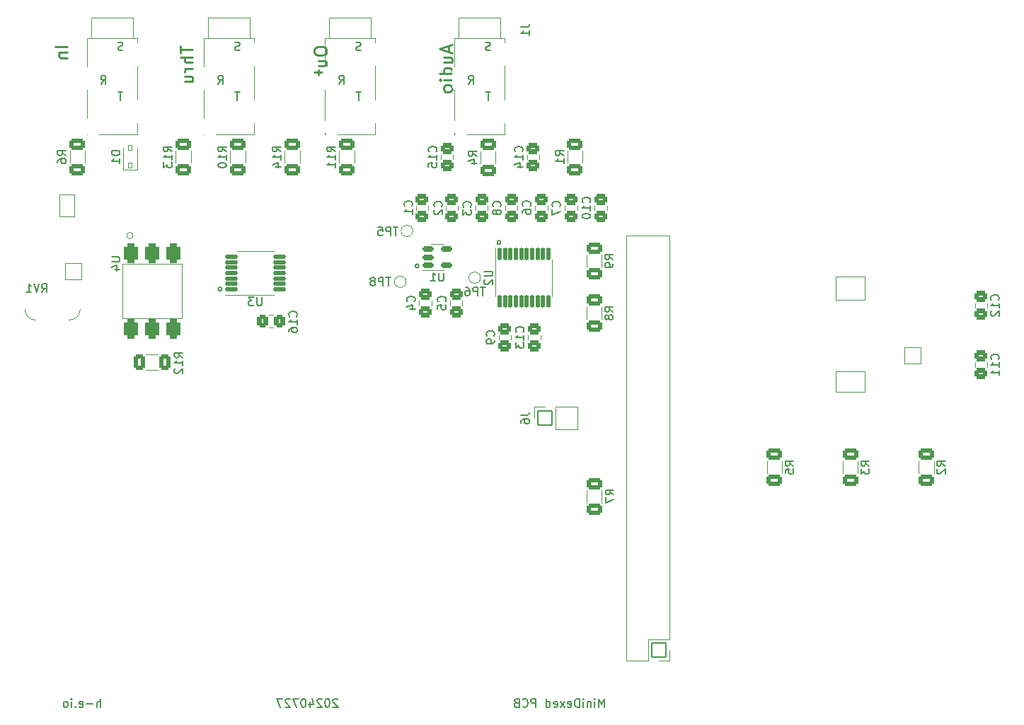
<source format=gbo>
G04 #@! TF.GenerationSoftware,KiCad,Pcbnew,8.0.1*
G04 #@! TF.CreationDate,2025-03-27T22:51:35-07:00*
G04 #@! TF.ProjectId,minidexed,6d696e69-6465-4786-9564-2e6b69636164,rev?*
G04 #@! TF.SameCoordinates,Original*
G04 #@! TF.FileFunction,Legend,Bot*
G04 #@! TF.FilePolarity,Positive*
%FSLAX46Y46*%
G04 Gerber Fmt 4.6, Leading zero omitted, Abs format (unit mm)*
G04 Created by KiCad (PCBNEW 8.0.1) date 2025-03-27 22:51:35*
%MOMM*%
%LPD*%
G01*
G04 APERTURE LIST*
G04 Aperture macros list*
%AMRoundRect*
0 Rectangle with rounded corners*
0 $1 Rounding radius*
0 $2 $3 $4 $5 $6 $7 $8 $9 X,Y pos of 4 corners*
0 Add a 4 corners polygon primitive as box body*
4,1,4,$2,$3,$4,$5,$6,$7,$8,$9,$2,$3,0*
0 Add four circle primitives for the rounded corners*
1,1,$1+$1,$2,$3*
1,1,$1+$1,$4,$5*
1,1,$1+$1,$6,$7*
1,1,$1+$1,$8,$9*
0 Add four rect primitives between the rounded corners*
20,1,$1+$1,$2,$3,$4,$5,0*
20,1,$1+$1,$4,$5,$6,$7,0*
20,1,$1+$1,$6,$7,$8,$9,0*
20,1,$1+$1,$8,$9,$2,$3,0*%
G04 Aperture macros list end*
%ADD10C,0.150000*%
%ADD11C,0.250000*%
%ADD12C,0.100000*%
%ADD13C,0.120000*%
%ADD14O,1.700000X2.600000*%
%ADD15O,1.600000X3.100000*%
%ADD16C,2.800000*%
%ADD17C,1.800000*%
%ADD18C,4.100000*%
%ADD19C,2.300000*%
%ADD20C,3.100000*%
%ADD21RoundRect,0.050000X-0.900000X-1.300000X0.900000X-1.300000X0.900000X1.300000X-0.900000X1.300000X0*%
%ADD22O,1.900000X2.700000*%
%ADD23RoundRect,0.050000X1.000000X1.000000X-1.000000X1.000000X-1.000000X-1.000000X1.000000X-1.000000X0*%
%ADD24C,2.100000*%
%ADD25RoundRect,0.050000X1.750000X1.250000X-1.750000X1.250000X-1.750000X-1.250000X1.750000X-1.250000X0*%
%ADD26RoundRect,0.050000X1.750000X1.400000X-1.750000X1.400000X-1.750000X-1.400000X1.750000X-1.400000X0*%
%ADD27RoundRect,0.050000X0.850000X0.850000X-0.850000X0.850000X-0.850000X-0.850000X0.850000X-0.850000X0*%
%ADD28O,1.800000X1.800000*%
%ADD29RoundRect,0.125000X-0.125000X0.662500X-0.125000X-0.662500X0.125000X-0.662500X0.125000X0.662500X0*%
%ADD30C,1.100000*%
%ADD31RoundRect,0.271277X0.366223X0.503723X-0.366223X0.503723X-0.366223X-0.503723X0.366223X-0.503723X0*%
%ADD32RoundRect,0.271277X0.503723X-0.366223X0.503723X0.366223X-0.503723X0.366223X-0.503723X-0.366223X0*%
%ADD33RoundRect,0.269231X0.655769X-0.430769X0.655769X0.430769X-0.655769X0.430769X-0.655769X-0.430769X0*%
%ADD34RoundRect,0.269231X-0.655769X0.430769X-0.655769X-0.430769X0.655769X-0.430769X0.655769X0.430769X0*%
%ADD35RoundRect,0.271277X-0.503723X0.366223X-0.503723X-0.366223X0.503723X-0.366223X0.503723X0.366223X0*%
%ADD36RoundRect,0.269231X-0.430769X-0.655769X0.430769X-0.655769X0.430769X0.655769X-0.430769X0.655769X0*%
%ADD37RoundRect,0.050000X-0.850000X0.850000X-0.850000X-0.850000X0.850000X-0.850000X0.850000X0.850000X0*%
%ADD38RoundRect,0.175000X-0.537500X-0.175000X0.537500X-0.175000X0.537500X0.175000X-0.537500X0.175000X0*%
%ADD39RoundRect,0.406000X-0.406000X0.787000X-0.406000X-0.787000X0.406000X-0.787000X0.406000X0.787000X0*%
%ADD40RoundRect,0.050000X0.225000X-0.300000X0.225000X0.300000X-0.225000X0.300000X-0.225000X-0.300000X0*%
%ADD41RoundRect,0.125000X-0.662500X-0.125000X0.662500X-0.125000X0.662500X0.125000X-0.662500X0.125000X0*%
G04 APERTURE END LIST*
D10*
X155023607Y-83300000D02*
G75*
G02*
X154576393Y-83300000I-223607J0D01*
G01*
X154576393Y-83300000D02*
G75*
G02*
X155023607Y-83300000I223607J0D01*
G01*
X145223607Y-86100000D02*
G75*
G02*
X144776393Y-86100000I-223607J0D01*
G01*
X144776393Y-86100000D02*
G75*
G02*
X145223607Y-86100000I223607J0D01*
G01*
X121660907Y-88877000D02*
G75*
G02*
X121213693Y-88877000I-223607J0D01*
G01*
X121213693Y-88877000D02*
G75*
G02*
X121660907Y-88877000I223607J0D01*
G01*
D11*
X116680928Y-59750000D02*
X116680928Y-60607143D01*
X118180928Y-60178571D02*
X116680928Y-60178571D01*
X118180928Y-61107142D02*
X116680928Y-61107142D01*
X118180928Y-61750000D02*
X117395214Y-61750000D01*
X117395214Y-61750000D02*
X117252357Y-61678571D01*
X117252357Y-61678571D02*
X117180928Y-61535714D01*
X117180928Y-61535714D02*
X117180928Y-61321428D01*
X117180928Y-61321428D02*
X117252357Y-61178571D01*
X117252357Y-61178571D02*
X117323785Y-61107142D01*
X118180928Y-62464285D02*
X117180928Y-62464285D01*
X117466642Y-62464285D02*
X117323785Y-62535714D01*
X117323785Y-62535714D02*
X117252357Y-62607143D01*
X117252357Y-62607143D02*
X117180928Y-62750000D01*
X117180928Y-62750000D02*
X117180928Y-62892857D01*
X117180928Y-64035714D02*
X118180928Y-64035714D01*
X117180928Y-63392856D02*
X117966642Y-63392856D01*
X117966642Y-63392856D02*
X118109500Y-63464285D01*
X118109500Y-63464285D02*
X118180928Y-63607142D01*
X118180928Y-63607142D02*
X118180928Y-63821428D01*
X118180928Y-63821428D02*
X118109500Y-63964285D01*
X118109500Y-63964285D02*
X118038071Y-64035714D01*
X103180928Y-59821428D02*
X101680928Y-59821428D01*
X102180928Y-60535714D02*
X103180928Y-60535714D01*
X102323785Y-60535714D02*
X102252357Y-60607143D01*
X102252357Y-60607143D02*
X102180928Y-60750000D01*
X102180928Y-60750000D02*
X102180928Y-60964286D01*
X102180928Y-60964286D02*
X102252357Y-61107143D01*
X102252357Y-61107143D02*
X102395214Y-61178572D01*
X102395214Y-61178572D02*
X103180928Y-61178572D01*
X148752357Y-59750000D02*
X148752357Y-60464286D01*
X149180928Y-59607143D02*
X147680928Y-60107143D01*
X147680928Y-60107143D02*
X149180928Y-60607143D01*
X148180928Y-61750000D02*
X149180928Y-61750000D01*
X148180928Y-61107142D02*
X148966642Y-61107142D01*
X148966642Y-61107142D02*
X149109500Y-61178571D01*
X149109500Y-61178571D02*
X149180928Y-61321428D01*
X149180928Y-61321428D02*
X149180928Y-61535714D01*
X149180928Y-61535714D02*
X149109500Y-61678571D01*
X149109500Y-61678571D02*
X149038071Y-61750000D01*
X149180928Y-63107143D02*
X147680928Y-63107143D01*
X149109500Y-63107143D02*
X149180928Y-62964285D01*
X149180928Y-62964285D02*
X149180928Y-62678571D01*
X149180928Y-62678571D02*
X149109500Y-62535714D01*
X149109500Y-62535714D02*
X149038071Y-62464285D01*
X149038071Y-62464285D02*
X148895214Y-62392857D01*
X148895214Y-62392857D02*
X148466642Y-62392857D01*
X148466642Y-62392857D02*
X148323785Y-62464285D01*
X148323785Y-62464285D02*
X148252357Y-62535714D01*
X148252357Y-62535714D02*
X148180928Y-62678571D01*
X148180928Y-62678571D02*
X148180928Y-62964285D01*
X148180928Y-62964285D02*
X148252357Y-63107143D01*
X149180928Y-63821428D02*
X148180928Y-63821428D01*
X147680928Y-63821428D02*
X147752357Y-63750000D01*
X147752357Y-63750000D02*
X147823785Y-63821428D01*
X147823785Y-63821428D02*
X147752357Y-63892857D01*
X147752357Y-63892857D02*
X147680928Y-63821428D01*
X147680928Y-63821428D02*
X147823785Y-63821428D01*
X149180928Y-64750000D02*
X149109500Y-64607143D01*
X149109500Y-64607143D02*
X149038071Y-64535714D01*
X149038071Y-64535714D02*
X148895214Y-64464286D01*
X148895214Y-64464286D02*
X148466642Y-64464286D01*
X148466642Y-64464286D02*
X148323785Y-64535714D01*
X148323785Y-64535714D02*
X148252357Y-64607143D01*
X148252357Y-64607143D02*
X148180928Y-64750000D01*
X148180928Y-64750000D02*
X148180928Y-64964286D01*
X148180928Y-64964286D02*
X148252357Y-65107143D01*
X148252357Y-65107143D02*
X148323785Y-65178572D01*
X148323785Y-65178572D02*
X148466642Y-65250000D01*
X148466642Y-65250000D02*
X148895214Y-65250000D01*
X148895214Y-65250000D02*
X149038071Y-65178572D01*
X149038071Y-65178572D02*
X149109500Y-65107143D01*
X149109500Y-65107143D02*
X149180928Y-64964286D01*
X149180928Y-64964286D02*
X149180928Y-64750000D01*
X132680928Y-60250000D02*
X132680928Y-60535714D01*
X132680928Y-60535714D02*
X132752357Y-60678571D01*
X132752357Y-60678571D02*
X132895214Y-60821428D01*
X132895214Y-60821428D02*
X133180928Y-60892857D01*
X133180928Y-60892857D02*
X133680928Y-60892857D01*
X133680928Y-60892857D02*
X133966642Y-60821428D01*
X133966642Y-60821428D02*
X134109500Y-60678571D01*
X134109500Y-60678571D02*
X134180928Y-60535714D01*
X134180928Y-60535714D02*
X134180928Y-60250000D01*
X134180928Y-60250000D02*
X134109500Y-60107143D01*
X134109500Y-60107143D02*
X133966642Y-59964285D01*
X133966642Y-59964285D02*
X133680928Y-59892857D01*
X133680928Y-59892857D02*
X133180928Y-59892857D01*
X133180928Y-59892857D02*
X132895214Y-59964285D01*
X132895214Y-59964285D02*
X132752357Y-60107143D01*
X132752357Y-60107143D02*
X132680928Y-60250000D01*
X133180928Y-62178572D02*
X134180928Y-62178572D01*
X133180928Y-61535714D02*
X133966642Y-61535714D01*
X133966642Y-61535714D02*
X134109500Y-61607143D01*
X134109500Y-61607143D02*
X134180928Y-61750000D01*
X134180928Y-61750000D02*
X134180928Y-61964286D01*
X134180928Y-61964286D02*
X134109500Y-62107143D01*
X134109500Y-62107143D02*
X134038071Y-62178572D01*
X133180928Y-62678572D02*
X133180928Y-63250000D01*
X132680928Y-62892857D02*
X133966642Y-62892857D01*
X133966642Y-62892857D02*
X134109500Y-62964286D01*
X134109500Y-62964286D02*
X134180928Y-63107143D01*
X134180928Y-63107143D02*
X134180928Y-63250000D01*
D10*
X135516196Y-138000057D02*
X135468577Y-137952438D01*
X135468577Y-137952438D02*
X135373339Y-137904819D01*
X135373339Y-137904819D02*
X135135244Y-137904819D01*
X135135244Y-137904819D02*
X135040006Y-137952438D01*
X135040006Y-137952438D02*
X134992387Y-138000057D01*
X134992387Y-138000057D02*
X134944768Y-138095295D01*
X134944768Y-138095295D02*
X134944768Y-138190533D01*
X134944768Y-138190533D02*
X134992387Y-138333390D01*
X134992387Y-138333390D02*
X135563815Y-138904819D01*
X135563815Y-138904819D02*
X134944768Y-138904819D01*
X134325720Y-137904819D02*
X134230482Y-137904819D01*
X134230482Y-137904819D02*
X134135244Y-137952438D01*
X134135244Y-137952438D02*
X134087625Y-138000057D01*
X134087625Y-138000057D02*
X134040006Y-138095295D01*
X134040006Y-138095295D02*
X133992387Y-138285771D01*
X133992387Y-138285771D02*
X133992387Y-138523866D01*
X133992387Y-138523866D02*
X134040006Y-138714342D01*
X134040006Y-138714342D02*
X134087625Y-138809580D01*
X134087625Y-138809580D02*
X134135244Y-138857200D01*
X134135244Y-138857200D02*
X134230482Y-138904819D01*
X134230482Y-138904819D02*
X134325720Y-138904819D01*
X134325720Y-138904819D02*
X134420958Y-138857200D01*
X134420958Y-138857200D02*
X134468577Y-138809580D01*
X134468577Y-138809580D02*
X134516196Y-138714342D01*
X134516196Y-138714342D02*
X134563815Y-138523866D01*
X134563815Y-138523866D02*
X134563815Y-138285771D01*
X134563815Y-138285771D02*
X134516196Y-138095295D01*
X134516196Y-138095295D02*
X134468577Y-138000057D01*
X134468577Y-138000057D02*
X134420958Y-137952438D01*
X134420958Y-137952438D02*
X134325720Y-137904819D01*
X133611434Y-138000057D02*
X133563815Y-137952438D01*
X133563815Y-137952438D02*
X133468577Y-137904819D01*
X133468577Y-137904819D02*
X133230482Y-137904819D01*
X133230482Y-137904819D02*
X133135244Y-137952438D01*
X133135244Y-137952438D02*
X133087625Y-138000057D01*
X133087625Y-138000057D02*
X133040006Y-138095295D01*
X133040006Y-138095295D02*
X133040006Y-138190533D01*
X133040006Y-138190533D02*
X133087625Y-138333390D01*
X133087625Y-138333390D02*
X133659053Y-138904819D01*
X133659053Y-138904819D02*
X133040006Y-138904819D01*
X132182863Y-138238152D02*
X132182863Y-138904819D01*
X132420958Y-137857200D02*
X132659053Y-138571485D01*
X132659053Y-138571485D02*
X132040006Y-138571485D01*
X131468577Y-137904819D02*
X131373339Y-137904819D01*
X131373339Y-137904819D02*
X131278101Y-137952438D01*
X131278101Y-137952438D02*
X131230482Y-138000057D01*
X131230482Y-138000057D02*
X131182863Y-138095295D01*
X131182863Y-138095295D02*
X131135244Y-138285771D01*
X131135244Y-138285771D02*
X131135244Y-138523866D01*
X131135244Y-138523866D02*
X131182863Y-138714342D01*
X131182863Y-138714342D02*
X131230482Y-138809580D01*
X131230482Y-138809580D02*
X131278101Y-138857200D01*
X131278101Y-138857200D02*
X131373339Y-138904819D01*
X131373339Y-138904819D02*
X131468577Y-138904819D01*
X131468577Y-138904819D02*
X131563815Y-138857200D01*
X131563815Y-138857200D02*
X131611434Y-138809580D01*
X131611434Y-138809580D02*
X131659053Y-138714342D01*
X131659053Y-138714342D02*
X131706672Y-138523866D01*
X131706672Y-138523866D02*
X131706672Y-138285771D01*
X131706672Y-138285771D02*
X131659053Y-138095295D01*
X131659053Y-138095295D02*
X131611434Y-138000057D01*
X131611434Y-138000057D02*
X131563815Y-137952438D01*
X131563815Y-137952438D02*
X131468577Y-137904819D01*
X130801910Y-137904819D02*
X130135244Y-137904819D01*
X130135244Y-137904819D02*
X130563815Y-138904819D01*
X129801910Y-138000057D02*
X129754291Y-137952438D01*
X129754291Y-137952438D02*
X129659053Y-137904819D01*
X129659053Y-137904819D02*
X129420958Y-137904819D01*
X129420958Y-137904819D02*
X129325720Y-137952438D01*
X129325720Y-137952438D02*
X129278101Y-138000057D01*
X129278101Y-138000057D02*
X129230482Y-138095295D01*
X129230482Y-138095295D02*
X129230482Y-138190533D01*
X129230482Y-138190533D02*
X129278101Y-138333390D01*
X129278101Y-138333390D02*
X129849529Y-138904819D01*
X129849529Y-138904819D02*
X129230482Y-138904819D01*
X128897148Y-137904819D02*
X128230482Y-137904819D01*
X128230482Y-137904819D02*
X128659053Y-138904819D01*
X107142730Y-138904819D02*
X107142730Y-137904819D01*
X106714159Y-138904819D02*
X106714159Y-138381009D01*
X106714159Y-138381009D02*
X106761778Y-138285771D01*
X106761778Y-138285771D02*
X106857016Y-138238152D01*
X106857016Y-138238152D02*
X106999873Y-138238152D01*
X106999873Y-138238152D02*
X107095111Y-138285771D01*
X107095111Y-138285771D02*
X107142730Y-138333390D01*
X106237968Y-138523866D02*
X105476064Y-138523866D01*
X104618921Y-138857200D02*
X104714159Y-138904819D01*
X104714159Y-138904819D02*
X104904635Y-138904819D01*
X104904635Y-138904819D02*
X104999873Y-138857200D01*
X104999873Y-138857200D02*
X105047492Y-138761961D01*
X105047492Y-138761961D02*
X105047492Y-138381009D01*
X105047492Y-138381009D02*
X104999873Y-138285771D01*
X104999873Y-138285771D02*
X104904635Y-138238152D01*
X104904635Y-138238152D02*
X104714159Y-138238152D01*
X104714159Y-138238152D02*
X104618921Y-138285771D01*
X104618921Y-138285771D02*
X104571302Y-138381009D01*
X104571302Y-138381009D02*
X104571302Y-138476247D01*
X104571302Y-138476247D02*
X105047492Y-138571485D01*
X104142730Y-138809580D02*
X104095111Y-138857200D01*
X104095111Y-138857200D02*
X104142730Y-138904819D01*
X104142730Y-138904819D02*
X104190349Y-138857200D01*
X104190349Y-138857200D02*
X104142730Y-138809580D01*
X104142730Y-138809580D02*
X104142730Y-138904819D01*
X103666540Y-138904819D02*
X103666540Y-138238152D01*
X103666540Y-137904819D02*
X103714159Y-137952438D01*
X103714159Y-137952438D02*
X103666540Y-138000057D01*
X103666540Y-138000057D02*
X103618921Y-137952438D01*
X103618921Y-137952438D02*
X103666540Y-137904819D01*
X103666540Y-137904819D02*
X103666540Y-138000057D01*
X103047493Y-138904819D02*
X103142731Y-138857200D01*
X103142731Y-138857200D02*
X103190350Y-138809580D01*
X103190350Y-138809580D02*
X103237969Y-138714342D01*
X103237969Y-138714342D02*
X103237969Y-138428628D01*
X103237969Y-138428628D02*
X103190350Y-138333390D01*
X103190350Y-138333390D02*
X103142731Y-138285771D01*
X103142731Y-138285771D02*
X103047493Y-138238152D01*
X103047493Y-138238152D02*
X102904636Y-138238152D01*
X102904636Y-138238152D02*
X102809398Y-138285771D01*
X102809398Y-138285771D02*
X102761779Y-138333390D01*
X102761779Y-138333390D02*
X102714160Y-138428628D01*
X102714160Y-138428628D02*
X102714160Y-138714342D01*
X102714160Y-138714342D02*
X102761779Y-138809580D01*
X102761779Y-138809580D02*
X102809398Y-138857200D01*
X102809398Y-138857200D02*
X102904636Y-138904819D01*
X102904636Y-138904819D02*
X103047493Y-138904819D01*
X167413220Y-138904819D02*
X167413220Y-137904819D01*
X167413220Y-137904819D02*
X167079887Y-138619104D01*
X167079887Y-138619104D02*
X166746554Y-137904819D01*
X166746554Y-137904819D02*
X166746554Y-138904819D01*
X166270363Y-138904819D02*
X166270363Y-138238152D01*
X166270363Y-137904819D02*
X166317982Y-137952438D01*
X166317982Y-137952438D02*
X166270363Y-138000057D01*
X166270363Y-138000057D02*
X166222744Y-137952438D01*
X166222744Y-137952438D02*
X166270363Y-137904819D01*
X166270363Y-137904819D02*
X166270363Y-138000057D01*
X165794173Y-138238152D02*
X165794173Y-138904819D01*
X165794173Y-138333390D02*
X165746554Y-138285771D01*
X165746554Y-138285771D02*
X165651316Y-138238152D01*
X165651316Y-138238152D02*
X165508459Y-138238152D01*
X165508459Y-138238152D02*
X165413221Y-138285771D01*
X165413221Y-138285771D02*
X165365602Y-138381009D01*
X165365602Y-138381009D02*
X165365602Y-138904819D01*
X164889411Y-138904819D02*
X164889411Y-138238152D01*
X164889411Y-137904819D02*
X164937030Y-137952438D01*
X164937030Y-137952438D02*
X164889411Y-138000057D01*
X164889411Y-138000057D02*
X164841792Y-137952438D01*
X164841792Y-137952438D02*
X164889411Y-137904819D01*
X164889411Y-137904819D02*
X164889411Y-138000057D01*
X164413221Y-138904819D02*
X164413221Y-137904819D01*
X164413221Y-137904819D02*
X164175126Y-137904819D01*
X164175126Y-137904819D02*
X164032269Y-137952438D01*
X164032269Y-137952438D02*
X163937031Y-138047676D01*
X163937031Y-138047676D02*
X163889412Y-138142914D01*
X163889412Y-138142914D02*
X163841793Y-138333390D01*
X163841793Y-138333390D02*
X163841793Y-138476247D01*
X163841793Y-138476247D02*
X163889412Y-138666723D01*
X163889412Y-138666723D02*
X163937031Y-138761961D01*
X163937031Y-138761961D02*
X164032269Y-138857200D01*
X164032269Y-138857200D02*
X164175126Y-138904819D01*
X164175126Y-138904819D02*
X164413221Y-138904819D01*
X163032269Y-138857200D02*
X163127507Y-138904819D01*
X163127507Y-138904819D02*
X163317983Y-138904819D01*
X163317983Y-138904819D02*
X163413221Y-138857200D01*
X163413221Y-138857200D02*
X163460840Y-138761961D01*
X163460840Y-138761961D02*
X163460840Y-138381009D01*
X163460840Y-138381009D02*
X163413221Y-138285771D01*
X163413221Y-138285771D02*
X163317983Y-138238152D01*
X163317983Y-138238152D02*
X163127507Y-138238152D01*
X163127507Y-138238152D02*
X163032269Y-138285771D01*
X163032269Y-138285771D02*
X162984650Y-138381009D01*
X162984650Y-138381009D02*
X162984650Y-138476247D01*
X162984650Y-138476247D02*
X163460840Y-138571485D01*
X162651316Y-138904819D02*
X162127507Y-138238152D01*
X162651316Y-138238152D02*
X162127507Y-138904819D01*
X161365602Y-138857200D02*
X161460840Y-138904819D01*
X161460840Y-138904819D02*
X161651316Y-138904819D01*
X161651316Y-138904819D02*
X161746554Y-138857200D01*
X161746554Y-138857200D02*
X161794173Y-138761961D01*
X161794173Y-138761961D02*
X161794173Y-138381009D01*
X161794173Y-138381009D02*
X161746554Y-138285771D01*
X161746554Y-138285771D02*
X161651316Y-138238152D01*
X161651316Y-138238152D02*
X161460840Y-138238152D01*
X161460840Y-138238152D02*
X161365602Y-138285771D01*
X161365602Y-138285771D02*
X161317983Y-138381009D01*
X161317983Y-138381009D02*
X161317983Y-138476247D01*
X161317983Y-138476247D02*
X161794173Y-138571485D01*
X160460840Y-138904819D02*
X160460840Y-137904819D01*
X160460840Y-138857200D02*
X160556078Y-138904819D01*
X160556078Y-138904819D02*
X160746554Y-138904819D01*
X160746554Y-138904819D02*
X160841792Y-138857200D01*
X160841792Y-138857200D02*
X160889411Y-138809580D01*
X160889411Y-138809580D02*
X160937030Y-138714342D01*
X160937030Y-138714342D02*
X160937030Y-138428628D01*
X160937030Y-138428628D02*
X160889411Y-138333390D01*
X160889411Y-138333390D02*
X160841792Y-138285771D01*
X160841792Y-138285771D02*
X160746554Y-138238152D01*
X160746554Y-138238152D02*
X160556078Y-138238152D01*
X160556078Y-138238152D02*
X160460840Y-138285771D01*
X159222744Y-138904819D02*
X159222744Y-137904819D01*
X159222744Y-137904819D02*
X158841792Y-137904819D01*
X158841792Y-137904819D02*
X158746554Y-137952438D01*
X158746554Y-137952438D02*
X158698935Y-138000057D01*
X158698935Y-138000057D02*
X158651316Y-138095295D01*
X158651316Y-138095295D02*
X158651316Y-138238152D01*
X158651316Y-138238152D02*
X158698935Y-138333390D01*
X158698935Y-138333390D02*
X158746554Y-138381009D01*
X158746554Y-138381009D02*
X158841792Y-138428628D01*
X158841792Y-138428628D02*
X159222744Y-138428628D01*
X157651316Y-138809580D02*
X157698935Y-138857200D01*
X157698935Y-138857200D02*
X157841792Y-138904819D01*
X157841792Y-138904819D02*
X157937030Y-138904819D01*
X157937030Y-138904819D02*
X158079887Y-138857200D01*
X158079887Y-138857200D02*
X158175125Y-138761961D01*
X158175125Y-138761961D02*
X158222744Y-138666723D01*
X158222744Y-138666723D02*
X158270363Y-138476247D01*
X158270363Y-138476247D02*
X158270363Y-138333390D01*
X158270363Y-138333390D02*
X158222744Y-138142914D01*
X158222744Y-138142914D02*
X158175125Y-138047676D01*
X158175125Y-138047676D02*
X158079887Y-137952438D01*
X158079887Y-137952438D02*
X157937030Y-137904819D01*
X157937030Y-137904819D02*
X157841792Y-137904819D01*
X157841792Y-137904819D02*
X157698935Y-137952438D01*
X157698935Y-137952438D02*
X157651316Y-138000057D01*
X156889411Y-138381009D02*
X156746554Y-138428628D01*
X156746554Y-138428628D02*
X156698935Y-138476247D01*
X156698935Y-138476247D02*
X156651316Y-138571485D01*
X156651316Y-138571485D02*
X156651316Y-138714342D01*
X156651316Y-138714342D02*
X156698935Y-138809580D01*
X156698935Y-138809580D02*
X156746554Y-138857200D01*
X156746554Y-138857200D02*
X156841792Y-138904819D01*
X156841792Y-138904819D02*
X157222744Y-138904819D01*
X157222744Y-138904819D02*
X157222744Y-137904819D01*
X157222744Y-137904819D02*
X156889411Y-137904819D01*
X156889411Y-137904819D02*
X156794173Y-137952438D01*
X156794173Y-137952438D02*
X156746554Y-138000057D01*
X156746554Y-138000057D02*
X156698935Y-138095295D01*
X156698935Y-138095295D02*
X156698935Y-138190533D01*
X156698935Y-138190533D02*
X156746554Y-138285771D01*
X156746554Y-138285771D02*
X156794173Y-138333390D01*
X156794173Y-138333390D02*
X156889411Y-138381009D01*
X156889411Y-138381009D02*
X157222744Y-138381009D01*
X109785713Y-65304819D02*
X109214285Y-65304819D01*
X109499999Y-66304819D02*
X109499999Y-65304819D01*
X107190476Y-64304819D02*
X107523809Y-63828628D01*
X107761904Y-64304819D02*
X107761904Y-63304819D01*
X107761904Y-63304819D02*
X107380952Y-63304819D01*
X107380952Y-63304819D02*
X107285714Y-63352438D01*
X107285714Y-63352438D02*
X107238095Y-63400057D01*
X107238095Y-63400057D02*
X107190476Y-63495295D01*
X107190476Y-63495295D02*
X107190476Y-63638152D01*
X107190476Y-63638152D02*
X107238095Y-63733390D01*
X107238095Y-63733390D02*
X107285714Y-63781009D01*
X107285714Y-63781009D02*
X107380952Y-63828628D01*
X107380952Y-63828628D02*
X107761904Y-63828628D01*
X109785713Y-60257200D02*
X109642856Y-60304819D01*
X109642856Y-60304819D02*
X109404761Y-60304819D01*
X109404761Y-60304819D02*
X109309523Y-60257200D01*
X109309523Y-60257200D02*
X109261904Y-60209580D01*
X109261904Y-60209580D02*
X109214285Y-60114342D01*
X109214285Y-60114342D02*
X109214285Y-60019104D01*
X109214285Y-60019104D02*
X109261904Y-59923866D01*
X109261904Y-59923866D02*
X109309523Y-59876247D01*
X109309523Y-59876247D02*
X109404761Y-59828628D01*
X109404761Y-59828628D02*
X109595237Y-59781009D01*
X109595237Y-59781009D02*
X109690475Y-59733390D01*
X109690475Y-59733390D02*
X109738094Y-59685771D01*
X109738094Y-59685771D02*
X109785713Y-59590533D01*
X109785713Y-59590533D02*
X109785713Y-59495295D01*
X109785713Y-59495295D02*
X109738094Y-59400057D01*
X109738094Y-59400057D02*
X109690475Y-59352438D01*
X109690475Y-59352438D02*
X109595237Y-59304819D01*
X109595237Y-59304819D02*
X109357142Y-59304819D01*
X109357142Y-59304819D02*
X109214285Y-59352438D01*
X123785713Y-65304819D02*
X123214285Y-65304819D01*
X123499999Y-66304819D02*
X123499999Y-65304819D01*
X121190476Y-64304819D02*
X121523809Y-63828628D01*
X121761904Y-64304819D02*
X121761904Y-63304819D01*
X121761904Y-63304819D02*
X121380952Y-63304819D01*
X121380952Y-63304819D02*
X121285714Y-63352438D01*
X121285714Y-63352438D02*
X121238095Y-63400057D01*
X121238095Y-63400057D02*
X121190476Y-63495295D01*
X121190476Y-63495295D02*
X121190476Y-63638152D01*
X121190476Y-63638152D02*
X121238095Y-63733390D01*
X121238095Y-63733390D02*
X121285714Y-63781009D01*
X121285714Y-63781009D02*
X121380952Y-63828628D01*
X121380952Y-63828628D02*
X121761904Y-63828628D01*
X123785713Y-60257200D02*
X123642856Y-60304819D01*
X123642856Y-60304819D02*
X123404761Y-60304819D01*
X123404761Y-60304819D02*
X123309523Y-60257200D01*
X123309523Y-60257200D02*
X123261904Y-60209580D01*
X123261904Y-60209580D02*
X123214285Y-60114342D01*
X123214285Y-60114342D02*
X123214285Y-60019104D01*
X123214285Y-60019104D02*
X123261904Y-59923866D01*
X123261904Y-59923866D02*
X123309523Y-59876247D01*
X123309523Y-59876247D02*
X123404761Y-59828628D01*
X123404761Y-59828628D02*
X123595237Y-59781009D01*
X123595237Y-59781009D02*
X123690475Y-59733390D01*
X123690475Y-59733390D02*
X123738094Y-59685771D01*
X123738094Y-59685771D02*
X123785713Y-59590533D01*
X123785713Y-59590533D02*
X123785713Y-59495295D01*
X123785713Y-59495295D02*
X123738094Y-59400057D01*
X123738094Y-59400057D02*
X123690475Y-59352438D01*
X123690475Y-59352438D02*
X123595237Y-59304819D01*
X123595237Y-59304819D02*
X123357142Y-59304819D01*
X123357142Y-59304819D02*
X123214285Y-59352438D01*
X138285713Y-65304819D02*
X137714285Y-65304819D01*
X137999999Y-66304819D02*
X137999999Y-65304819D01*
X135690476Y-64304819D02*
X136023809Y-63828628D01*
X136261904Y-64304819D02*
X136261904Y-63304819D01*
X136261904Y-63304819D02*
X135880952Y-63304819D01*
X135880952Y-63304819D02*
X135785714Y-63352438D01*
X135785714Y-63352438D02*
X135738095Y-63400057D01*
X135738095Y-63400057D02*
X135690476Y-63495295D01*
X135690476Y-63495295D02*
X135690476Y-63638152D01*
X135690476Y-63638152D02*
X135738095Y-63733390D01*
X135738095Y-63733390D02*
X135785714Y-63781009D01*
X135785714Y-63781009D02*
X135880952Y-63828628D01*
X135880952Y-63828628D02*
X136261904Y-63828628D01*
X138285713Y-60257200D02*
X138142856Y-60304819D01*
X138142856Y-60304819D02*
X137904761Y-60304819D01*
X137904761Y-60304819D02*
X137809523Y-60257200D01*
X137809523Y-60257200D02*
X137761904Y-60209580D01*
X137761904Y-60209580D02*
X137714285Y-60114342D01*
X137714285Y-60114342D02*
X137714285Y-60019104D01*
X137714285Y-60019104D02*
X137761904Y-59923866D01*
X137761904Y-59923866D02*
X137809523Y-59876247D01*
X137809523Y-59876247D02*
X137904761Y-59828628D01*
X137904761Y-59828628D02*
X138095237Y-59781009D01*
X138095237Y-59781009D02*
X138190475Y-59733390D01*
X138190475Y-59733390D02*
X138238094Y-59685771D01*
X138238094Y-59685771D02*
X138285713Y-59590533D01*
X138285713Y-59590533D02*
X138285713Y-59495295D01*
X138285713Y-59495295D02*
X138238094Y-59400057D01*
X138238094Y-59400057D02*
X138190475Y-59352438D01*
X138190475Y-59352438D02*
X138095237Y-59304819D01*
X138095237Y-59304819D02*
X137857142Y-59304819D01*
X137857142Y-59304819D02*
X137714285Y-59352438D01*
X157454819Y-57516666D02*
X158169104Y-57516666D01*
X158169104Y-57516666D02*
X158311961Y-57469047D01*
X158311961Y-57469047D02*
X158407200Y-57373809D01*
X158407200Y-57373809D02*
X158454819Y-57230952D01*
X158454819Y-57230952D02*
X158454819Y-57135714D01*
X158454819Y-58516666D02*
X158454819Y-57945238D01*
X158454819Y-58230952D02*
X157454819Y-58230952D01*
X157454819Y-58230952D02*
X157597676Y-58135714D01*
X157597676Y-58135714D02*
X157692914Y-58040476D01*
X157692914Y-58040476D02*
X157740533Y-57945238D01*
X151190476Y-64304819D02*
X151523809Y-63828628D01*
X151761904Y-64304819D02*
X151761904Y-63304819D01*
X151761904Y-63304819D02*
X151380952Y-63304819D01*
X151380952Y-63304819D02*
X151285714Y-63352438D01*
X151285714Y-63352438D02*
X151238095Y-63400057D01*
X151238095Y-63400057D02*
X151190476Y-63495295D01*
X151190476Y-63495295D02*
X151190476Y-63638152D01*
X151190476Y-63638152D02*
X151238095Y-63733390D01*
X151238095Y-63733390D02*
X151285714Y-63781009D01*
X151285714Y-63781009D02*
X151380952Y-63828628D01*
X151380952Y-63828628D02*
X151761904Y-63828628D01*
X153785713Y-60257200D02*
X153642856Y-60304819D01*
X153642856Y-60304819D02*
X153404761Y-60304819D01*
X153404761Y-60304819D02*
X153309523Y-60257200D01*
X153309523Y-60257200D02*
X153261904Y-60209580D01*
X153261904Y-60209580D02*
X153214285Y-60114342D01*
X153214285Y-60114342D02*
X153214285Y-60019104D01*
X153214285Y-60019104D02*
X153261904Y-59923866D01*
X153261904Y-59923866D02*
X153309523Y-59876247D01*
X153309523Y-59876247D02*
X153404761Y-59828628D01*
X153404761Y-59828628D02*
X153595237Y-59781009D01*
X153595237Y-59781009D02*
X153690475Y-59733390D01*
X153690475Y-59733390D02*
X153738094Y-59685771D01*
X153738094Y-59685771D02*
X153785713Y-59590533D01*
X153785713Y-59590533D02*
X153785713Y-59495295D01*
X153785713Y-59495295D02*
X153738094Y-59400057D01*
X153738094Y-59400057D02*
X153690475Y-59352438D01*
X153690475Y-59352438D02*
X153595237Y-59304819D01*
X153595237Y-59304819D02*
X153357142Y-59304819D01*
X153357142Y-59304819D02*
X153214285Y-59352438D01*
X153785713Y-65304819D02*
X153214285Y-65304819D01*
X153499999Y-66304819D02*
X153499999Y-65304819D01*
X153054819Y-86738095D02*
X153864342Y-86738095D01*
X153864342Y-86738095D02*
X153959580Y-86785714D01*
X153959580Y-86785714D02*
X154007200Y-86833333D01*
X154007200Y-86833333D02*
X154054819Y-86928571D01*
X154054819Y-86928571D02*
X154054819Y-87119047D01*
X154054819Y-87119047D02*
X154007200Y-87214285D01*
X154007200Y-87214285D02*
X153959580Y-87261904D01*
X153959580Y-87261904D02*
X153864342Y-87309523D01*
X153864342Y-87309523D02*
X153054819Y-87309523D01*
X153150057Y-87738095D02*
X153102438Y-87785714D01*
X153102438Y-87785714D02*
X153054819Y-87880952D01*
X153054819Y-87880952D02*
X153054819Y-88119047D01*
X153054819Y-88119047D02*
X153102438Y-88214285D01*
X153102438Y-88214285D02*
X153150057Y-88261904D01*
X153150057Y-88261904D02*
X153245295Y-88309523D01*
X153245295Y-88309523D02*
X153340533Y-88309523D01*
X153340533Y-88309523D02*
X153483390Y-88261904D01*
X153483390Y-88261904D02*
X154054819Y-87690476D01*
X154054819Y-87690476D02*
X154054819Y-88309523D01*
X141861904Y-87454819D02*
X141290476Y-87454819D01*
X141576190Y-88454819D02*
X141576190Y-87454819D01*
X140957142Y-88454819D02*
X140957142Y-87454819D01*
X140957142Y-87454819D02*
X140576190Y-87454819D01*
X140576190Y-87454819D02*
X140480952Y-87502438D01*
X140480952Y-87502438D02*
X140433333Y-87550057D01*
X140433333Y-87550057D02*
X140385714Y-87645295D01*
X140385714Y-87645295D02*
X140385714Y-87788152D01*
X140385714Y-87788152D02*
X140433333Y-87883390D01*
X140433333Y-87883390D02*
X140480952Y-87931009D01*
X140480952Y-87931009D02*
X140576190Y-87978628D01*
X140576190Y-87978628D02*
X140957142Y-87978628D01*
X139814285Y-87883390D02*
X139909523Y-87835771D01*
X139909523Y-87835771D02*
X139957142Y-87788152D01*
X139957142Y-87788152D02*
X140004761Y-87692914D01*
X140004761Y-87692914D02*
X140004761Y-87645295D01*
X140004761Y-87645295D02*
X139957142Y-87550057D01*
X139957142Y-87550057D02*
X139909523Y-87502438D01*
X139909523Y-87502438D02*
X139814285Y-87454819D01*
X139814285Y-87454819D02*
X139623809Y-87454819D01*
X139623809Y-87454819D02*
X139528571Y-87502438D01*
X139528571Y-87502438D02*
X139480952Y-87550057D01*
X139480952Y-87550057D02*
X139433333Y-87645295D01*
X139433333Y-87645295D02*
X139433333Y-87692914D01*
X139433333Y-87692914D02*
X139480952Y-87788152D01*
X139480952Y-87788152D02*
X139528571Y-87835771D01*
X139528571Y-87835771D02*
X139623809Y-87883390D01*
X139623809Y-87883390D02*
X139814285Y-87883390D01*
X139814285Y-87883390D02*
X139909523Y-87931009D01*
X139909523Y-87931009D02*
X139957142Y-87978628D01*
X139957142Y-87978628D02*
X140004761Y-88073866D01*
X140004761Y-88073866D02*
X140004761Y-88264342D01*
X140004761Y-88264342D02*
X139957142Y-88359580D01*
X139957142Y-88359580D02*
X139909523Y-88407200D01*
X139909523Y-88407200D02*
X139814285Y-88454819D01*
X139814285Y-88454819D02*
X139623809Y-88454819D01*
X139623809Y-88454819D02*
X139528571Y-88407200D01*
X139528571Y-88407200D02*
X139480952Y-88359580D01*
X139480952Y-88359580D02*
X139433333Y-88264342D01*
X139433333Y-88264342D02*
X139433333Y-88073866D01*
X139433333Y-88073866D02*
X139480952Y-87978628D01*
X139480952Y-87978628D02*
X139528571Y-87931009D01*
X139528571Y-87931009D02*
X139623809Y-87883390D01*
X130559580Y-92157142D02*
X130607200Y-92109523D01*
X130607200Y-92109523D02*
X130654819Y-91966666D01*
X130654819Y-91966666D02*
X130654819Y-91871428D01*
X130654819Y-91871428D02*
X130607200Y-91728571D01*
X130607200Y-91728571D02*
X130511961Y-91633333D01*
X130511961Y-91633333D02*
X130416723Y-91585714D01*
X130416723Y-91585714D02*
X130226247Y-91538095D01*
X130226247Y-91538095D02*
X130083390Y-91538095D01*
X130083390Y-91538095D02*
X129892914Y-91585714D01*
X129892914Y-91585714D02*
X129797676Y-91633333D01*
X129797676Y-91633333D02*
X129702438Y-91728571D01*
X129702438Y-91728571D02*
X129654819Y-91871428D01*
X129654819Y-91871428D02*
X129654819Y-91966666D01*
X129654819Y-91966666D02*
X129702438Y-92109523D01*
X129702438Y-92109523D02*
X129750057Y-92157142D01*
X130654819Y-93109523D02*
X130654819Y-92538095D01*
X130654819Y-92823809D02*
X129654819Y-92823809D01*
X129654819Y-92823809D02*
X129797676Y-92728571D01*
X129797676Y-92728571D02*
X129892914Y-92633333D01*
X129892914Y-92633333D02*
X129940533Y-92538095D01*
X129654819Y-93966666D02*
X129654819Y-93776190D01*
X129654819Y-93776190D02*
X129702438Y-93680952D01*
X129702438Y-93680952D02*
X129750057Y-93633333D01*
X129750057Y-93633333D02*
X129892914Y-93538095D01*
X129892914Y-93538095D02*
X130083390Y-93490476D01*
X130083390Y-93490476D02*
X130464342Y-93490476D01*
X130464342Y-93490476D02*
X130559580Y-93538095D01*
X130559580Y-93538095D02*
X130607200Y-93585714D01*
X130607200Y-93585714D02*
X130654819Y-93680952D01*
X130654819Y-93680952D02*
X130654819Y-93871428D01*
X130654819Y-93871428D02*
X130607200Y-93966666D01*
X130607200Y-93966666D02*
X130559580Y-94014285D01*
X130559580Y-94014285D02*
X130464342Y-94061904D01*
X130464342Y-94061904D02*
X130226247Y-94061904D01*
X130226247Y-94061904D02*
X130131009Y-94014285D01*
X130131009Y-94014285D02*
X130083390Y-93966666D01*
X130083390Y-93966666D02*
X130035771Y-93871428D01*
X130035771Y-93871428D02*
X130035771Y-93680952D01*
X130035771Y-93680952D02*
X130083390Y-93585714D01*
X130083390Y-93585714D02*
X130131009Y-93538095D01*
X130131009Y-93538095D02*
X130226247Y-93490476D01*
X162059580Y-78995833D02*
X162107200Y-78948214D01*
X162107200Y-78948214D02*
X162154819Y-78805357D01*
X162154819Y-78805357D02*
X162154819Y-78710119D01*
X162154819Y-78710119D02*
X162107200Y-78567262D01*
X162107200Y-78567262D02*
X162011961Y-78472024D01*
X162011961Y-78472024D02*
X161916723Y-78424405D01*
X161916723Y-78424405D02*
X161726247Y-78376786D01*
X161726247Y-78376786D02*
X161583390Y-78376786D01*
X161583390Y-78376786D02*
X161392914Y-78424405D01*
X161392914Y-78424405D02*
X161297676Y-78472024D01*
X161297676Y-78472024D02*
X161202438Y-78567262D01*
X161202438Y-78567262D02*
X161154819Y-78710119D01*
X161154819Y-78710119D02*
X161154819Y-78805357D01*
X161154819Y-78805357D02*
X161202438Y-78948214D01*
X161202438Y-78948214D02*
X161250057Y-78995833D01*
X161154819Y-79329167D02*
X161154819Y-79995833D01*
X161154819Y-79995833D02*
X162154819Y-79567262D01*
X190049819Y-110033333D02*
X189573628Y-109700000D01*
X190049819Y-109461905D02*
X189049819Y-109461905D01*
X189049819Y-109461905D02*
X189049819Y-109842857D01*
X189049819Y-109842857D02*
X189097438Y-109938095D01*
X189097438Y-109938095D02*
X189145057Y-109985714D01*
X189145057Y-109985714D02*
X189240295Y-110033333D01*
X189240295Y-110033333D02*
X189383152Y-110033333D01*
X189383152Y-110033333D02*
X189478390Y-109985714D01*
X189478390Y-109985714D02*
X189526009Y-109938095D01*
X189526009Y-109938095D02*
X189573628Y-109842857D01*
X189573628Y-109842857D02*
X189573628Y-109461905D01*
X189049819Y-110938095D02*
X189049819Y-110461905D01*
X189049819Y-110461905D02*
X189526009Y-110414286D01*
X189526009Y-110414286D02*
X189478390Y-110461905D01*
X189478390Y-110461905D02*
X189430771Y-110557143D01*
X189430771Y-110557143D02*
X189430771Y-110795238D01*
X189430771Y-110795238D02*
X189478390Y-110890476D01*
X189478390Y-110890476D02*
X189526009Y-110938095D01*
X189526009Y-110938095D02*
X189621247Y-110985714D01*
X189621247Y-110985714D02*
X189859342Y-110985714D01*
X189859342Y-110985714D02*
X189954580Y-110938095D01*
X189954580Y-110938095D02*
X190002200Y-110890476D01*
X190002200Y-110890476D02*
X190049819Y-110795238D01*
X190049819Y-110795238D02*
X190049819Y-110557143D01*
X190049819Y-110557143D02*
X190002200Y-110461905D01*
X190002200Y-110461905D02*
X189954580Y-110414286D01*
X103010019Y-72883333D02*
X102533828Y-72550000D01*
X103010019Y-72311905D02*
X102010019Y-72311905D01*
X102010019Y-72311905D02*
X102010019Y-72692857D01*
X102010019Y-72692857D02*
X102057638Y-72788095D01*
X102057638Y-72788095D02*
X102105257Y-72835714D01*
X102105257Y-72835714D02*
X102200495Y-72883333D01*
X102200495Y-72883333D02*
X102343352Y-72883333D01*
X102343352Y-72883333D02*
X102438590Y-72835714D01*
X102438590Y-72835714D02*
X102486209Y-72788095D01*
X102486209Y-72788095D02*
X102533828Y-72692857D01*
X102533828Y-72692857D02*
X102533828Y-72311905D01*
X102010019Y-73740476D02*
X102010019Y-73550000D01*
X102010019Y-73550000D02*
X102057638Y-73454762D01*
X102057638Y-73454762D02*
X102105257Y-73407143D01*
X102105257Y-73407143D02*
X102248114Y-73311905D01*
X102248114Y-73311905D02*
X102438590Y-73264286D01*
X102438590Y-73264286D02*
X102819542Y-73264286D01*
X102819542Y-73264286D02*
X102914780Y-73311905D01*
X102914780Y-73311905D02*
X102962400Y-73359524D01*
X102962400Y-73359524D02*
X103010019Y-73454762D01*
X103010019Y-73454762D02*
X103010019Y-73645238D01*
X103010019Y-73645238D02*
X102962400Y-73740476D01*
X102962400Y-73740476D02*
X102914780Y-73788095D01*
X102914780Y-73788095D02*
X102819542Y-73835714D01*
X102819542Y-73835714D02*
X102581447Y-73835714D01*
X102581447Y-73835714D02*
X102486209Y-73788095D01*
X102486209Y-73788095D02*
X102438590Y-73740476D01*
X102438590Y-73740476D02*
X102390971Y-73645238D01*
X102390971Y-73645238D02*
X102390971Y-73454762D01*
X102390971Y-73454762D02*
X102438590Y-73359524D01*
X102438590Y-73359524D02*
X102486209Y-73311905D01*
X102486209Y-73311905D02*
X102581447Y-73264286D01*
X147279580Y-72419642D02*
X147327200Y-72372023D01*
X147327200Y-72372023D02*
X147374819Y-72229166D01*
X147374819Y-72229166D02*
X147374819Y-72133928D01*
X147374819Y-72133928D02*
X147327200Y-71991071D01*
X147327200Y-71991071D02*
X147231961Y-71895833D01*
X147231961Y-71895833D02*
X147136723Y-71848214D01*
X147136723Y-71848214D02*
X146946247Y-71800595D01*
X146946247Y-71800595D02*
X146803390Y-71800595D01*
X146803390Y-71800595D02*
X146612914Y-71848214D01*
X146612914Y-71848214D02*
X146517676Y-71895833D01*
X146517676Y-71895833D02*
X146422438Y-71991071D01*
X146422438Y-71991071D02*
X146374819Y-72133928D01*
X146374819Y-72133928D02*
X146374819Y-72229166D01*
X146374819Y-72229166D02*
X146422438Y-72372023D01*
X146422438Y-72372023D02*
X146470057Y-72419642D01*
X147374819Y-73372023D02*
X147374819Y-72800595D01*
X147374819Y-73086309D02*
X146374819Y-73086309D01*
X146374819Y-73086309D02*
X146517676Y-72991071D01*
X146517676Y-72991071D02*
X146612914Y-72895833D01*
X146612914Y-72895833D02*
X146660533Y-72800595D01*
X146374819Y-74276785D02*
X146374819Y-73800595D01*
X146374819Y-73800595D02*
X146851009Y-73752976D01*
X146851009Y-73752976D02*
X146803390Y-73800595D01*
X146803390Y-73800595D02*
X146755771Y-73895833D01*
X146755771Y-73895833D02*
X146755771Y-74133928D01*
X146755771Y-74133928D02*
X146803390Y-74229166D01*
X146803390Y-74229166D02*
X146851009Y-74276785D01*
X146851009Y-74276785D02*
X146946247Y-74324404D01*
X146946247Y-74324404D02*
X147184342Y-74324404D01*
X147184342Y-74324404D02*
X147279580Y-74276785D01*
X147279580Y-74276785D02*
X147327200Y-74229166D01*
X147327200Y-74229166D02*
X147374819Y-74133928D01*
X147374819Y-74133928D02*
X147374819Y-73895833D01*
X147374819Y-73895833D02*
X147327200Y-73800595D01*
X147327200Y-73800595D02*
X147279580Y-73752976D01*
X214559580Y-97269642D02*
X214607200Y-97222023D01*
X214607200Y-97222023D02*
X214654819Y-97079166D01*
X214654819Y-97079166D02*
X214654819Y-96983928D01*
X214654819Y-96983928D02*
X214607200Y-96841071D01*
X214607200Y-96841071D02*
X214511961Y-96745833D01*
X214511961Y-96745833D02*
X214416723Y-96698214D01*
X214416723Y-96698214D02*
X214226247Y-96650595D01*
X214226247Y-96650595D02*
X214083390Y-96650595D01*
X214083390Y-96650595D02*
X213892914Y-96698214D01*
X213892914Y-96698214D02*
X213797676Y-96745833D01*
X213797676Y-96745833D02*
X213702438Y-96841071D01*
X213702438Y-96841071D02*
X213654819Y-96983928D01*
X213654819Y-96983928D02*
X213654819Y-97079166D01*
X213654819Y-97079166D02*
X213702438Y-97222023D01*
X213702438Y-97222023D02*
X213750057Y-97269642D01*
X214654819Y-98222023D02*
X214654819Y-97650595D01*
X214654819Y-97936309D02*
X213654819Y-97936309D01*
X213654819Y-97936309D02*
X213797676Y-97841071D01*
X213797676Y-97841071D02*
X213892914Y-97745833D01*
X213892914Y-97745833D02*
X213940533Y-97650595D01*
X214654819Y-99174404D02*
X214654819Y-98602976D01*
X214654819Y-98888690D02*
X213654819Y-98888690D01*
X213654819Y-98888690D02*
X213797676Y-98793452D01*
X213797676Y-98793452D02*
X213892914Y-98698214D01*
X213892914Y-98698214D02*
X213940533Y-98602976D01*
X214539580Y-90169642D02*
X214587200Y-90122023D01*
X214587200Y-90122023D02*
X214634819Y-89979166D01*
X214634819Y-89979166D02*
X214634819Y-89883928D01*
X214634819Y-89883928D02*
X214587200Y-89741071D01*
X214587200Y-89741071D02*
X214491961Y-89645833D01*
X214491961Y-89645833D02*
X214396723Y-89598214D01*
X214396723Y-89598214D02*
X214206247Y-89550595D01*
X214206247Y-89550595D02*
X214063390Y-89550595D01*
X214063390Y-89550595D02*
X213872914Y-89598214D01*
X213872914Y-89598214D02*
X213777676Y-89645833D01*
X213777676Y-89645833D02*
X213682438Y-89741071D01*
X213682438Y-89741071D02*
X213634819Y-89883928D01*
X213634819Y-89883928D02*
X213634819Y-89979166D01*
X213634819Y-89979166D02*
X213682438Y-90122023D01*
X213682438Y-90122023D02*
X213730057Y-90169642D01*
X214634819Y-91122023D02*
X214634819Y-90550595D01*
X214634819Y-90836309D02*
X213634819Y-90836309D01*
X213634819Y-90836309D02*
X213777676Y-90741071D01*
X213777676Y-90741071D02*
X213872914Y-90645833D01*
X213872914Y-90645833D02*
X213920533Y-90550595D01*
X213730057Y-91502976D02*
X213682438Y-91550595D01*
X213682438Y-91550595D02*
X213634819Y-91645833D01*
X213634819Y-91645833D02*
X213634819Y-91883928D01*
X213634819Y-91883928D02*
X213682438Y-91979166D01*
X213682438Y-91979166D02*
X213730057Y-92026785D01*
X213730057Y-92026785D02*
X213825295Y-92074404D01*
X213825295Y-92074404D02*
X213920533Y-92074404D01*
X213920533Y-92074404D02*
X214063390Y-92026785D01*
X214063390Y-92026785D02*
X214634819Y-91455357D01*
X214634819Y-91455357D02*
X214634819Y-92074404D01*
X165659580Y-78519642D02*
X165707200Y-78472023D01*
X165707200Y-78472023D02*
X165754819Y-78329166D01*
X165754819Y-78329166D02*
X165754819Y-78233928D01*
X165754819Y-78233928D02*
X165707200Y-78091071D01*
X165707200Y-78091071D02*
X165611961Y-77995833D01*
X165611961Y-77995833D02*
X165516723Y-77948214D01*
X165516723Y-77948214D02*
X165326247Y-77900595D01*
X165326247Y-77900595D02*
X165183390Y-77900595D01*
X165183390Y-77900595D02*
X164992914Y-77948214D01*
X164992914Y-77948214D02*
X164897676Y-77995833D01*
X164897676Y-77995833D02*
X164802438Y-78091071D01*
X164802438Y-78091071D02*
X164754819Y-78233928D01*
X164754819Y-78233928D02*
X164754819Y-78329166D01*
X164754819Y-78329166D02*
X164802438Y-78472023D01*
X164802438Y-78472023D02*
X164850057Y-78519642D01*
X165754819Y-79472023D02*
X165754819Y-78900595D01*
X165754819Y-79186309D02*
X164754819Y-79186309D01*
X164754819Y-79186309D02*
X164897676Y-79091071D01*
X164897676Y-79091071D02*
X164992914Y-78995833D01*
X164992914Y-78995833D02*
X165040533Y-78900595D01*
X164754819Y-80091071D02*
X164754819Y-80186309D01*
X164754819Y-80186309D02*
X164802438Y-80281547D01*
X164802438Y-80281547D02*
X164850057Y-80329166D01*
X164850057Y-80329166D02*
X164945295Y-80376785D01*
X164945295Y-80376785D02*
X165135771Y-80424404D01*
X165135771Y-80424404D02*
X165373866Y-80424404D01*
X165373866Y-80424404D02*
X165564342Y-80376785D01*
X165564342Y-80376785D02*
X165659580Y-80329166D01*
X165659580Y-80329166D02*
X165707200Y-80281547D01*
X165707200Y-80281547D02*
X165754819Y-80186309D01*
X165754819Y-80186309D02*
X165754819Y-80091071D01*
X165754819Y-80091071D02*
X165707200Y-79995833D01*
X165707200Y-79995833D02*
X165659580Y-79948214D01*
X165659580Y-79948214D02*
X165564342Y-79900595D01*
X165564342Y-79900595D02*
X165373866Y-79852976D01*
X165373866Y-79852976D02*
X165135771Y-79852976D01*
X165135771Y-79852976D02*
X164945295Y-79900595D01*
X164945295Y-79900595D02*
X164850057Y-79948214D01*
X164850057Y-79948214D02*
X164802438Y-79995833D01*
X164802438Y-79995833D02*
X164754819Y-80091071D01*
X168474819Y-91583333D02*
X167998628Y-91250000D01*
X168474819Y-91011905D02*
X167474819Y-91011905D01*
X167474819Y-91011905D02*
X167474819Y-91392857D01*
X167474819Y-91392857D02*
X167522438Y-91488095D01*
X167522438Y-91488095D02*
X167570057Y-91535714D01*
X167570057Y-91535714D02*
X167665295Y-91583333D01*
X167665295Y-91583333D02*
X167808152Y-91583333D01*
X167808152Y-91583333D02*
X167903390Y-91535714D01*
X167903390Y-91535714D02*
X167951009Y-91488095D01*
X167951009Y-91488095D02*
X167998628Y-91392857D01*
X167998628Y-91392857D02*
X167998628Y-91011905D01*
X167903390Y-92154762D02*
X167855771Y-92059524D01*
X167855771Y-92059524D02*
X167808152Y-92011905D01*
X167808152Y-92011905D02*
X167712914Y-91964286D01*
X167712914Y-91964286D02*
X167665295Y-91964286D01*
X167665295Y-91964286D02*
X167570057Y-92011905D01*
X167570057Y-92011905D02*
X167522438Y-92059524D01*
X167522438Y-92059524D02*
X167474819Y-92154762D01*
X167474819Y-92154762D02*
X167474819Y-92345238D01*
X167474819Y-92345238D02*
X167522438Y-92440476D01*
X167522438Y-92440476D02*
X167570057Y-92488095D01*
X167570057Y-92488095D02*
X167665295Y-92535714D01*
X167665295Y-92535714D02*
X167712914Y-92535714D01*
X167712914Y-92535714D02*
X167808152Y-92488095D01*
X167808152Y-92488095D02*
X167855771Y-92440476D01*
X167855771Y-92440476D02*
X167903390Y-92345238D01*
X167903390Y-92345238D02*
X167903390Y-92154762D01*
X167903390Y-92154762D02*
X167951009Y-92059524D01*
X167951009Y-92059524D02*
X167998628Y-92011905D01*
X167998628Y-92011905D02*
X168093866Y-91964286D01*
X168093866Y-91964286D02*
X168284342Y-91964286D01*
X168284342Y-91964286D02*
X168379580Y-92011905D01*
X168379580Y-92011905D02*
X168427200Y-92059524D01*
X168427200Y-92059524D02*
X168474819Y-92154762D01*
X168474819Y-92154762D02*
X168474819Y-92345238D01*
X168474819Y-92345238D02*
X168427200Y-92440476D01*
X168427200Y-92440476D02*
X168379580Y-92488095D01*
X168379580Y-92488095D02*
X168284342Y-92535714D01*
X168284342Y-92535714D02*
X168093866Y-92535714D01*
X168093866Y-92535714D02*
X167998628Y-92488095D01*
X167998628Y-92488095D02*
X167951009Y-92440476D01*
X167951009Y-92440476D02*
X167903390Y-92345238D01*
X116980219Y-97065542D02*
X116504028Y-96732209D01*
X116980219Y-96494114D02*
X115980219Y-96494114D01*
X115980219Y-96494114D02*
X115980219Y-96875066D01*
X115980219Y-96875066D02*
X116027838Y-96970304D01*
X116027838Y-96970304D02*
X116075457Y-97017923D01*
X116075457Y-97017923D02*
X116170695Y-97065542D01*
X116170695Y-97065542D02*
X116313552Y-97065542D01*
X116313552Y-97065542D02*
X116408790Y-97017923D01*
X116408790Y-97017923D02*
X116456409Y-96970304D01*
X116456409Y-96970304D02*
X116504028Y-96875066D01*
X116504028Y-96875066D02*
X116504028Y-96494114D01*
X116980219Y-98017923D02*
X116980219Y-97446495D01*
X116980219Y-97732209D02*
X115980219Y-97732209D01*
X115980219Y-97732209D02*
X116123076Y-97636971D01*
X116123076Y-97636971D02*
X116218314Y-97541733D01*
X116218314Y-97541733D02*
X116265933Y-97446495D01*
X116075457Y-98398876D02*
X116027838Y-98446495D01*
X116027838Y-98446495D02*
X115980219Y-98541733D01*
X115980219Y-98541733D02*
X115980219Y-98779828D01*
X115980219Y-98779828D02*
X116027838Y-98875066D01*
X116027838Y-98875066D02*
X116075457Y-98922685D01*
X116075457Y-98922685D02*
X116170695Y-98970304D01*
X116170695Y-98970304D02*
X116265933Y-98970304D01*
X116265933Y-98970304D02*
X116408790Y-98922685D01*
X116408790Y-98922685D02*
X116980219Y-98351257D01*
X116980219Y-98351257D02*
X116980219Y-98970304D01*
X128721859Y-72407142D02*
X128245668Y-72073809D01*
X128721859Y-71835714D02*
X127721859Y-71835714D01*
X127721859Y-71835714D02*
X127721859Y-72216666D01*
X127721859Y-72216666D02*
X127769478Y-72311904D01*
X127769478Y-72311904D02*
X127817097Y-72359523D01*
X127817097Y-72359523D02*
X127912335Y-72407142D01*
X127912335Y-72407142D02*
X128055192Y-72407142D01*
X128055192Y-72407142D02*
X128150430Y-72359523D01*
X128150430Y-72359523D02*
X128198049Y-72311904D01*
X128198049Y-72311904D02*
X128245668Y-72216666D01*
X128245668Y-72216666D02*
X128245668Y-71835714D01*
X128721859Y-73359523D02*
X128721859Y-72788095D01*
X128721859Y-73073809D02*
X127721859Y-73073809D01*
X127721859Y-73073809D02*
X127864716Y-72978571D01*
X127864716Y-72978571D02*
X127959954Y-72883333D01*
X127959954Y-72883333D02*
X128007573Y-72788095D01*
X128055192Y-74216666D02*
X128721859Y-74216666D01*
X127674240Y-73978571D02*
X128388525Y-73740476D01*
X128388525Y-73740476D02*
X128388525Y-74359523D01*
X142734504Y-81439419D02*
X142163076Y-81439419D01*
X142448790Y-82439419D02*
X142448790Y-81439419D01*
X141829742Y-82439419D02*
X141829742Y-81439419D01*
X141829742Y-81439419D02*
X141448790Y-81439419D01*
X141448790Y-81439419D02*
X141353552Y-81487038D01*
X141353552Y-81487038D02*
X141305933Y-81534657D01*
X141305933Y-81534657D02*
X141258314Y-81629895D01*
X141258314Y-81629895D02*
X141258314Y-81772752D01*
X141258314Y-81772752D02*
X141305933Y-81867990D01*
X141305933Y-81867990D02*
X141353552Y-81915609D01*
X141353552Y-81915609D02*
X141448790Y-81963228D01*
X141448790Y-81963228D02*
X141829742Y-81963228D01*
X140353552Y-81439419D02*
X140829742Y-81439419D01*
X140829742Y-81439419D02*
X140877361Y-81915609D01*
X140877361Y-81915609D02*
X140829742Y-81867990D01*
X140829742Y-81867990D02*
X140734504Y-81820371D01*
X140734504Y-81820371D02*
X140496409Y-81820371D01*
X140496409Y-81820371D02*
X140401171Y-81867990D01*
X140401171Y-81867990D02*
X140353552Y-81915609D01*
X140353552Y-81915609D02*
X140305933Y-82010847D01*
X140305933Y-82010847D02*
X140305933Y-82248942D01*
X140305933Y-82248942D02*
X140353552Y-82344180D01*
X140353552Y-82344180D02*
X140401171Y-82391800D01*
X140401171Y-82391800D02*
X140496409Y-82439419D01*
X140496409Y-82439419D02*
X140734504Y-82439419D01*
X140734504Y-82439419D02*
X140829742Y-82391800D01*
X140829742Y-82391800D02*
X140877361Y-82344180D01*
X208199819Y-110033333D02*
X207723628Y-109700000D01*
X208199819Y-109461905D02*
X207199819Y-109461905D01*
X207199819Y-109461905D02*
X207199819Y-109842857D01*
X207199819Y-109842857D02*
X207247438Y-109938095D01*
X207247438Y-109938095D02*
X207295057Y-109985714D01*
X207295057Y-109985714D02*
X207390295Y-110033333D01*
X207390295Y-110033333D02*
X207533152Y-110033333D01*
X207533152Y-110033333D02*
X207628390Y-109985714D01*
X207628390Y-109985714D02*
X207676009Y-109938095D01*
X207676009Y-109938095D02*
X207723628Y-109842857D01*
X207723628Y-109842857D02*
X207723628Y-109461905D01*
X207295057Y-110414286D02*
X207247438Y-110461905D01*
X207247438Y-110461905D02*
X207199819Y-110557143D01*
X207199819Y-110557143D02*
X207199819Y-110795238D01*
X207199819Y-110795238D02*
X207247438Y-110890476D01*
X207247438Y-110890476D02*
X207295057Y-110938095D01*
X207295057Y-110938095D02*
X207390295Y-110985714D01*
X207390295Y-110985714D02*
X207485533Y-110985714D01*
X207485533Y-110985714D02*
X207628390Y-110938095D01*
X207628390Y-110938095D02*
X208199819Y-110366667D01*
X208199819Y-110366667D02*
X208199819Y-110985714D01*
X168554819Y-113483333D02*
X168078628Y-113150000D01*
X168554819Y-112911905D02*
X167554819Y-112911905D01*
X167554819Y-112911905D02*
X167554819Y-113292857D01*
X167554819Y-113292857D02*
X167602438Y-113388095D01*
X167602438Y-113388095D02*
X167650057Y-113435714D01*
X167650057Y-113435714D02*
X167745295Y-113483333D01*
X167745295Y-113483333D02*
X167888152Y-113483333D01*
X167888152Y-113483333D02*
X167983390Y-113435714D01*
X167983390Y-113435714D02*
X168031009Y-113388095D01*
X168031009Y-113388095D02*
X168078628Y-113292857D01*
X168078628Y-113292857D02*
X168078628Y-112911905D01*
X167554819Y-113816667D02*
X167554819Y-114483333D01*
X167554819Y-114483333D02*
X168554819Y-114054762D01*
X199124819Y-110033333D02*
X198648628Y-109700000D01*
X199124819Y-109461905D02*
X198124819Y-109461905D01*
X198124819Y-109461905D02*
X198124819Y-109842857D01*
X198124819Y-109842857D02*
X198172438Y-109938095D01*
X198172438Y-109938095D02*
X198220057Y-109985714D01*
X198220057Y-109985714D02*
X198315295Y-110033333D01*
X198315295Y-110033333D02*
X198458152Y-110033333D01*
X198458152Y-110033333D02*
X198553390Y-109985714D01*
X198553390Y-109985714D02*
X198601009Y-109938095D01*
X198601009Y-109938095D02*
X198648628Y-109842857D01*
X198648628Y-109842857D02*
X198648628Y-109461905D01*
X198124819Y-110366667D02*
X198124819Y-110985714D01*
X198124819Y-110985714D02*
X198505771Y-110652381D01*
X198505771Y-110652381D02*
X198505771Y-110795238D01*
X198505771Y-110795238D02*
X198553390Y-110890476D01*
X198553390Y-110890476D02*
X198601009Y-110938095D01*
X198601009Y-110938095D02*
X198696247Y-110985714D01*
X198696247Y-110985714D02*
X198934342Y-110985714D01*
X198934342Y-110985714D02*
X199029580Y-110938095D01*
X199029580Y-110938095D02*
X199077200Y-110890476D01*
X199077200Y-110890476D02*
X199124819Y-110795238D01*
X199124819Y-110795238D02*
X199124819Y-110509524D01*
X199124819Y-110509524D02*
X199077200Y-110414286D01*
X199077200Y-110414286D02*
X199029580Y-110366667D01*
X144679580Y-90370833D02*
X144727200Y-90323214D01*
X144727200Y-90323214D02*
X144774819Y-90180357D01*
X144774819Y-90180357D02*
X144774819Y-90085119D01*
X144774819Y-90085119D02*
X144727200Y-89942262D01*
X144727200Y-89942262D02*
X144631961Y-89847024D01*
X144631961Y-89847024D02*
X144536723Y-89799405D01*
X144536723Y-89799405D02*
X144346247Y-89751786D01*
X144346247Y-89751786D02*
X144203390Y-89751786D01*
X144203390Y-89751786D02*
X144012914Y-89799405D01*
X144012914Y-89799405D02*
X143917676Y-89847024D01*
X143917676Y-89847024D02*
X143822438Y-89942262D01*
X143822438Y-89942262D02*
X143774819Y-90085119D01*
X143774819Y-90085119D02*
X143774819Y-90180357D01*
X143774819Y-90180357D02*
X143822438Y-90323214D01*
X143822438Y-90323214D02*
X143870057Y-90370833D01*
X144108152Y-91227976D02*
X144774819Y-91227976D01*
X143727200Y-90989881D02*
X144441485Y-90751786D01*
X144441485Y-90751786D02*
X144441485Y-91370833D01*
X100095238Y-89254819D02*
X100428571Y-88778628D01*
X100666666Y-89254819D02*
X100666666Y-88254819D01*
X100666666Y-88254819D02*
X100285714Y-88254819D01*
X100285714Y-88254819D02*
X100190476Y-88302438D01*
X100190476Y-88302438D02*
X100142857Y-88350057D01*
X100142857Y-88350057D02*
X100095238Y-88445295D01*
X100095238Y-88445295D02*
X100095238Y-88588152D01*
X100095238Y-88588152D02*
X100142857Y-88683390D01*
X100142857Y-88683390D02*
X100190476Y-88731009D01*
X100190476Y-88731009D02*
X100285714Y-88778628D01*
X100285714Y-88778628D02*
X100666666Y-88778628D01*
X99809523Y-88254819D02*
X99476190Y-89254819D01*
X99476190Y-89254819D02*
X99142857Y-88254819D01*
X98285714Y-89254819D02*
X98857142Y-89254819D01*
X98571428Y-89254819D02*
X98571428Y-88254819D01*
X98571428Y-88254819D02*
X98666666Y-88397676D01*
X98666666Y-88397676D02*
X98761904Y-88492914D01*
X98761904Y-88492914D02*
X98857142Y-88540533D01*
X152154819Y-72933333D02*
X151678628Y-72600000D01*
X152154819Y-72361905D02*
X151154819Y-72361905D01*
X151154819Y-72361905D02*
X151154819Y-72742857D01*
X151154819Y-72742857D02*
X151202438Y-72838095D01*
X151202438Y-72838095D02*
X151250057Y-72885714D01*
X151250057Y-72885714D02*
X151345295Y-72933333D01*
X151345295Y-72933333D02*
X151488152Y-72933333D01*
X151488152Y-72933333D02*
X151583390Y-72885714D01*
X151583390Y-72885714D02*
X151631009Y-72838095D01*
X151631009Y-72838095D02*
X151678628Y-72742857D01*
X151678628Y-72742857D02*
X151678628Y-72361905D01*
X151488152Y-73790476D02*
X152154819Y-73790476D01*
X151107200Y-73552381D02*
X151821485Y-73314286D01*
X151821485Y-73314286D02*
X151821485Y-73933333D01*
X135234819Y-72407142D02*
X134758628Y-72073809D01*
X135234819Y-71835714D02*
X134234819Y-71835714D01*
X134234819Y-71835714D02*
X134234819Y-72216666D01*
X134234819Y-72216666D02*
X134282438Y-72311904D01*
X134282438Y-72311904D02*
X134330057Y-72359523D01*
X134330057Y-72359523D02*
X134425295Y-72407142D01*
X134425295Y-72407142D02*
X134568152Y-72407142D01*
X134568152Y-72407142D02*
X134663390Y-72359523D01*
X134663390Y-72359523D02*
X134711009Y-72311904D01*
X134711009Y-72311904D02*
X134758628Y-72216666D01*
X134758628Y-72216666D02*
X134758628Y-71835714D01*
X135234819Y-73359523D02*
X135234819Y-72788095D01*
X135234819Y-73073809D02*
X134234819Y-73073809D01*
X134234819Y-73073809D02*
X134377676Y-72978571D01*
X134377676Y-72978571D02*
X134472914Y-72883333D01*
X134472914Y-72883333D02*
X134520533Y-72788095D01*
X135234819Y-74311904D02*
X135234819Y-73740476D01*
X135234819Y-74026190D02*
X134234819Y-74026190D01*
X134234819Y-74026190D02*
X134377676Y-73930952D01*
X134377676Y-73930952D02*
X134472914Y-73835714D01*
X134472914Y-73835714D02*
X134520533Y-73740476D01*
X157449819Y-103966666D02*
X158164104Y-103966666D01*
X158164104Y-103966666D02*
X158306961Y-103919047D01*
X158306961Y-103919047D02*
X158402200Y-103823809D01*
X158402200Y-103823809D02*
X158449819Y-103680952D01*
X158449819Y-103680952D02*
X158449819Y-103585714D01*
X157449819Y-104871428D02*
X157449819Y-104680952D01*
X157449819Y-104680952D02*
X157497438Y-104585714D01*
X157497438Y-104585714D02*
X157545057Y-104538095D01*
X157545057Y-104538095D02*
X157687914Y-104442857D01*
X157687914Y-104442857D02*
X157878390Y-104395238D01*
X157878390Y-104395238D02*
X158259342Y-104395238D01*
X158259342Y-104395238D02*
X158354580Y-104442857D01*
X158354580Y-104442857D02*
X158402200Y-104490476D01*
X158402200Y-104490476D02*
X158449819Y-104585714D01*
X158449819Y-104585714D02*
X158449819Y-104776190D01*
X158449819Y-104776190D02*
X158402200Y-104871428D01*
X158402200Y-104871428D02*
X158354580Y-104919047D01*
X158354580Y-104919047D02*
X158259342Y-104966666D01*
X158259342Y-104966666D02*
X158021247Y-104966666D01*
X158021247Y-104966666D02*
X157926009Y-104919047D01*
X157926009Y-104919047D02*
X157878390Y-104871428D01*
X157878390Y-104871428D02*
X157830771Y-104776190D01*
X157830771Y-104776190D02*
X157830771Y-104585714D01*
X157830771Y-104585714D02*
X157878390Y-104490476D01*
X157878390Y-104490476D02*
X157926009Y-104442857D01*
X157926009Y-104442857D02*
X158021247Y-104395238D01*
X157699580Y-93994642D02*
X157747200Y-93947023D01*
X157747200Y-93947023D02*
X157794819Y-93804166D01*
X157794819Y-93804166D02*
X157794819Y-93708928D01*
X157794819Y-93708928D02*
X157747200Y-93566071D01*
X157747200Y-93566071D02*
X157651961Y-93470833D01*
X157651961Y-93470833D02*
X157556723Y-93423214D01*
X157556723Y-93423214D02*
X157366247Y-93375595D01*
X157366247Y-93375595D02*
X157223390Y-93375595D01*
X157223390Y-93375595D02*
X157032914Y-93423214D01*
X157032914Y-93423214D02*
X156937676Y-93470833D01*
X156937676Y-93470833D02*
X156842438Y-93566071D01*
X156842438Y-93566071D02*
X156794819Y-93708928D01*
X156794819Y-93708928D02*
X156794819Y-93804166D01*
X156794819Y-93804166D02*
X156842438Y-93947023D01*
X156842438Y-93947023D02*
X156890057Y-93994642D01*
X157794819Y-94947023D02*
X157794819Y-94375595D01*
X157794819Y-94661309D02*
X156794819Y-94661309D01*
X156794819Y-94661309D02*
X156937676Y-94566071D01*
X156937676Y-94566071D02*
X157032914Y-94470833D01*
X157032914Y-94470833D02*
X157080533Y-94375595D01*
X156794819Y-95280357D02*
X156794819Y-95899404D01*
X156794819Y-95899404D02*
X157175771Y-95566071D01*
X157175771Y-95566071D02*
X157175771Y-95708928D01*
X157175771Y-95708928D02*
X157223390Y-95804166D01*
X157223390Y-95804166D02*
X157271009Y-95851785D01*
X157271009Y-95851785D02*
X157366247Y-95899404D01*
X157366247Y-95899404D02*
X157604342Y-95899404D01*
X157604342Y-95899404D02*
X157699580Y-95851785D01*
X157699580Y-95851785D02*
X157747200Y-95804166D01*
X157747200Y-95804166D02*
X157794819Y-95708928D01*
X157794819Y-95708928D02*
X157794819Y-95423214D01*
X157794819Y-95423214D02*
X157747200Y-95327976D01*
X157747200Y-95327976D02*
X157699580Y-95280357D01*
X148199404Y-86904819D02*
X148199404Y-87714342D01*
X148199404Y-87714342D02*
X148151785Y-87809580D01*
X148151785Y-87809580D02*
X148104166Y-87857200D01*
X148104166Y-87857200D02*
X148008928Y-87904819D01*
X148008928Y-87904819D02*
X147818452Y-87904819D01*
X147818452Y-87904819D02*
X147723214Y-87857200D01*
X147723214Y-87857200D02*
X147675595Y-87809580D01*
X147675595Y-87809580D02*
X147627976Y-87714342D01*
X147627976Y-87714342D02*
X147627976Y-86904819D01*
X146627976Y-87904819D02*
X147199404Y-87904819D01*
X146913690Y-87904819D02*
X146913690Y-86904819D01*
X146913690Y-86904819D02*
X147008928Y-87047676D01*
X147008928Y-87047676D02*
X147104166Y-87142914D01*
X147104166Y-87142914D02*
X147199404Y-87190533D01*
X148379580Y-90370833D02*
X148427200Y-90323214D01*
X148427200Y-90323214D02*
X148474819Y-90180357D01*
X148474819Y-90180357D02*
X148474819Y-90085119D01*
X148474819Y-90085119D02*
X148427200Y-89942262D01*
X148427200Y-89942262D02*
X148331961Y-89847024D01*
X148331961Y-89847024D02*
X148236723Y-89799405D01*
X148236723Y-89799405D02*
X148046247Y-89751786D01*
X148046247Y-89751786D02*
X147903390Y-89751786D01*
X147903390Y-89751786D02*
X147712914Y-89799405D01*
X147712914Y-89799405D02*
X147617676Y-89847024D01*
X147617676Y-89847024D02*
X147522438Y-89942262D01*
X147522438Y-89942262D02*
X147474819Y-90085119D01*
X147474819Y-90085119D02*
X147474819Y-90180357D01*
X147474819Y-90180357D02*
X147522438Y-90323214D01*
X147522438Y-90323214D02*
X147570057Y-90370833D01*
X147474819Y-91275595D02*
X147474819Y-90799405D01*
X147474819Y-90799405D02*
X147951009Y-90751786D01*
X147951009Y-90751786D02*
X147903390Y-90799405D01*
X147903390Y-90799405D02*
X147855771Y-90894643D01*
X147855771Y-90894643D02*
X147855771Y-91132738D01*
X147855771Y-91132738D02*
X147903390Y-91227976D01*
X147903390Y-91227976D02*
X147951009Y-91275595D01*
X147951009Y-91275595D02*
X148046247Y-91323214D01*
X148046247Y-91323214D02*
X148284342Y-91323214D01*
X148284342Y-91323214D02*
X148379580Y-91275595D01*
X148379580Y-91275595D02*
X148427200Y-91227976D01*
X148427200Y-91227976D02*
X148474819Y-91132738D01*
X148474819Y-91132738D02*
X148474819Y-90894643D01*
X148474819Y-90894643D02*
X148427200Y-90799405D01*
X148427200Y-90799405D02*
X148379580Y-90751786D01*
X108454819Y-85038095D02*
X109264342Y-85038095D01*
X109264342Y-85038095D02*
X109359580Y-85085714D01*
X109359580Y-85085714D02*
X109407200Y-85133333D01*
X109407200Y-85133333D02*
X109454819Y-85228571D01*
X109454819Y-85228571D02*
X109454819Y-85419047D01*
X109454819Y-85419047D02*
X109407200Y-85514285D01*
X109407200Y-85514285D02*
X109359580Y-85561904D01*
X109359580Y-85561904D02*
X109264342Y-85609523D01*
X109264342Y-85609523D02*
X108454819Y-85609523D01*
X108788152Y-86514285D02*
X109454819Y-86514285D01*
X108407200Y-86276190D02*
X109121485Y-86038095D01*
X109121485Y-86038095D02*
X109121485Y-86657142D01*
X109454819Y-72311905D02*
X108454819Y-72311905D01*
X108454819Y-72311905D02*
X108454819Y-72550000D01*
X108454819Y-72550000D02*
X108502438Y-72692857D01*
X108502438Y-72692857D02*
X108597676Y-72788095D01*
X108597676Y-72788095D02*
X108692914Y-72835714D01*
X108692914Y-72835714D02*
X108883390Y-72883333D01*
X108883390Y-72883333D02*
X109026247Y-72883333D01*
X109026247Y-72883333D02*
X109216723Y-72835714D01*
X109216723Y-72835714D02*
X109311961Y-72788095D01*
X109311961Y-72788095D02*
X109407200Y-72692857D01*
X109407200Y-72692857D02*
X109454819Y-72550000D01*
X109454819Y-72550000D02*
X109454819Y-72311905D01*
X109454819Y-73835714D02*
X109454819Y-73264286D01*
X109454819Y-73550000D02*
X108454819Y-73550000D01*
X108454819Y-73550000D02*
X108597676Y-73454762D01*
X108597676Y-73454762D02*
X108692914Y-73359524D01*
X108692914Y-73359524D02*
X108740533Y-73264286D01*
X144359580Y-78933333D02*
X144407200Y-78885714D01*
X144407200Y-78885714D02*
X144454819Y-78742857D01*
X144454819Y-78742857D02*
X144454819Y-78647619D01*
X144454819Y-78647619D02*
X144407200Y-78504762D01*
X144407200Y-78504762D02*
X144311961Y-78409524D01*
X144311961Y-78409524D02*
X144216723Y-78361905D01*
X144216723Y-78361905D02*
X144026247Y-78314286D01*
X144026247Y-78314286D02*
X143883390Y-78314286D01*
X143883390Y-78314286D02*
X143692914Y-78361905D01*
X143692914Y-78361905D02*
X143597676Y-78409524D01*
X143597676Y-78409524D02*
X143502438Y-78504762D01*
X143502438Y-78504762D02*
X143454819Y-78647619D01*
X143454819Y-78647619D02*
X143454819Y-78742857D01*
X143454819Y-78742857D02*
X143502438Y-78885714D01*
X143502438Y-78885714D02*
X143550057Y-78933333D01*
X144454819Y-79885714D02*
X144454819Y-79314286D01*
X144454819Y-79600000D02*
X143454819Y-79600000D01*
X143454819Y-79600000D02*
X143597676Y-79504762D01*
X143597676Y-79504762D02*
X143692914Y-79409524D01*
X143692914Y-79409524D02*
X143740533Y-79314286D01*
X126424404Y-89854819D02*
X126424404Y-90664342D01*
X126424404Y-90664342D02*
X126376785Y-90759580D01*
X126376785Y-90759580D02*
X126329166Y-90807200D01*
X126329166Y-90807200D02*
X126233928Y-90854819D01*
X126233928Y-90854819D02*
X126043452Y-90854819D01*
X126043452Y-90854819D02*
X125948214Y-90807200D01*
X125948214Y-90807200D02*
X125900595Y-90759580D01*
X125900595Y-90759580D02*
X125852976Y-90664342D01*
X125852976Y-90664342D02*
X125852976Y-89854819D01*
X125472023Y-89854819D02*
X124852976Y-89854819D01*
X124852976Y-89854819D02*
X125186309Y-90235771D01*
X125186309Y-90235771D02*
X125043452Y-90235771D01*
X125043452Y-90235771D02*
X124948214Y-90283390D01*
X124948214Y-90283390D02*
X124900595Y-90331009D01*
X124900595Y-90331009D02*
X124852976Y-90426247D01*
X124852976Y-90426247D02*
X124852976Y-90664342D01*
X124852976Y-90664342D02*
X124900595Y-90759580D01*
X124900595Y-90759580D02*
X124948214Y-90807200D01*
X124948214Y-90807200D02*
X125043452Y-90854819D01*
X125043452Y-90854819D02*
X125329166Y-90854819D01*
X125329166Y-90854819D02*
X125424404Y-90807200D01*
X125424404Y-90807200D02*
X125472023Y-90759580D01*
X151392912Y-79033333D02*
X151440532Y-78985714D01*
X151440532Y-78985714D02*
X151488151Y-78842857D01*
X151488151Y-78842857D02*
X151488151Y-78747619D01*
X151488151Y-78747619D02*
X151440532Y-78604762D01*
X151440532Y-78604762D02*
X151345293Y-78509524D01*
X151345293Y-78509524D02*
X151250055Y-78461905D01*
X151250055Y-78461905D02*
X151059579Y-78414286D01*
X151059579Y-78414286D02*
X150916722Y-78414286D01*
X150916722Y-78414286D02*
X150726246Y-78461905D01*
X150726246Y-78461905D02*
X150631008Y-78509524D01*
X150631008Y-78509524D02*
X150535770Y-78604762D01*
X150535770Y-78604762D02*
X150488151Y-78747619D01*
X150488151Y-78747619D02*
X150488151Y-78842857D01*
X150488151Y-78842857D02*
X150535770Y-78985714D01*
X150535770Y-78985714D02*
X150583389Y-79033333D01*
X150488151Y-79366667D02*
X150488151Y-79985714D01*
X150488151Y-79985714D02*
X150869103Y-79652381D01*
X150869103Y-79652381D02*
X150869103Y-79795238D01*
X150869103Y-79795238D02*
X150916722Y-79890476D01*
X150916722Y-79890476D02*
X150964341Y-79938095D01*
X150964341Y-79938095D02*
X151059579Y-79985714D01*
X151059579Y-79985714D02*
X151297674Y-79985714D01*
X151297674Y-79985714D02*
X151392912Y-79938095D01*
X151392912Y-79938095D02*
X151440532Y-79890476D01*
X151440532Y-79890476D02*
X151488151Y-79795238D01*
X151488151Y-79795238D02*
X151488151Y-79509524D01*
X151488151Y-79509524D02*
X151440532Y-79414286D01*
X151440532Y-79414286D02*
X151392912Y-79366667D01*
X168474819Y-85333333D02*
X167998628Y-85000000D01*
X168474819Y-84761905D02*
X167474819Y-84761905D01*
X167474819Y-84761905D02*
X167474819Y-85142857D01*
X167474819Y-85142857D02*
X167522438Y-85238095D01*
X167522438Y-85238095D02*
X167570057Y-85285714D01*
X167570057Y-85285714D02*
X167665295Y-85333333D01*
X167665295Y-85333333D02*
X167808152Y-85333333D01*
X167808152Y-85333333D02*
X167903390Y-85285714D01*
X167903390Y-85285714D02*
X167951009Y-85238095D01*
X167951009Y-85238095D02*
X167998628Y-85142857D01*
X167998628Y-85142857D02*
X167998628Y-84761905D01*
X168474819Y-85809524D02*
X168474819Y-86000000D01*
X168474819Y-86000000D02*
X168427200Y-86095238D01*
X168427200Y-86095238D02*
X168379580Y-86142857D01*
X168379580Y-86142857D02*
X168236723Y-86238095D01*
X168236723Y-86238095D02*
X168046247Y-86285714D01*
X168046247Y-86285714D02*
X167665295Y-86285714D01*
X167665295Y-86285714D02*
X167570057Y-86238095D01*
X167570057Y-86238095D02*
X167522438Y-86190476D01*
X167522438Y-86190476D02*
X167474819Y-86095238D01*
X167474819Y-86095238D02*
X167474819Y-85904762D01*
X167474819Y-85904762D02*
X167522438Y-85809524D01*
X167522438Y-85809524D02*
X167570057Y-85761905D01*
X167570057Y-85761905D02*
X167665295Y-85714286D01*
X167665295Y-85714286D02*
X167903390Y-85714286D01*
X167903390Y-85714286D02*
X167998628Y-85761905D01*
X167998628Y-85761905D02*
X168046247Y-85809524D01*
X168046247Y-85809524D02*
X168093866Y-85904762D01*
X168093866Y-85904762D02*
X168093866Y-86095238D01*
X168093866Y-86095238D02*
X168046247Y-86190476D01*
X168046247Y-86190476D02*
X167998628Y-86238095D01*
X167998628Y-86238095D02*
X167903390Y-86285714D01*
X153161904Y-88654819D02*
X152590476Y-88654819D01*
X152876190Y-89654819D02*
X152876190Y-88654819D01*
X152257142Y-89654819D02*
X152257142Y-88654819D01*
X152257142Y-88654819D02*
X151876190Y-88654819D01*
X151876190Y-88654819D02*
X151780952Y-88702438D01*
X151780952Y-88702438D02*
X151733333Y-88750057D01*
X151733333Y-88750057D02*
X151685714Y-88845295D01*
X151685714Y-88845295D02*
X151685714Y-88988152D01*
X151685714Y-88988152D02*
X151733333Y-89083390D01*
X151733333Y-89083390D02*
X151780952Y-89131009D01*
X151780952Y-89131009D02*
X151876190Y-89178628D01*
X151876190Y-89178628D02*
X152257142Y-89178628D01*
X150828571Y-88654819D02*
X151019047Y-88654819D01*
X151019047Y-88654819D02*
X151114285Y-88702438D01*
X151114285Y-88702438D02*
X151161904Y-88750057D01*
X151161904Y-88750057D02*
X151257142Y-88892914D01*
X151257142Y-88892914D02*
X151304761Y-89083390D01*
X151304761Y-89083390D02*
X151304761Y-89464342D01*
X151304761Y-89464342D02*
X151257142Y-89559580D01*
X151257142Y-89559580D02*
X151209523Y-89607200D01*
X151209523Y-89607200D02*
X151114285Y-89654819D01*
X151114285Y-89654819D02*
X150923809Y-89654819D01*
X150923809Y-89654819D02*
X150828571Y-89607200D01*
X150828571Y-89607200D02*
X150780952Y-89559580D01*
X150780952Y-89559580D02*
X150733333Y-89464342D01*
X150733333Y-89464342D02*
X150733333Y-89226247D01*
X150733333Y-89226247D02*
X150780952Y-89131009D01*
X150780952Y-89131009D02*
X150828571Y-89083390D01*
X150828571Y-89083390D02*
X150923809Y-89035771D01*
X150923809Y-89035771D02*
X151114285Y-89035771D01*
X151114285Y-89035771D02*
X151209523Y-89083390D01*
X151209523Y-89083390D02*
X151257142Y-89131009D01*
X151257142Y-89131009D02*
X151304761Y-89226247D01*
X157566246Y-72407142D02*
X157613866Y-72359523D01*
X157613866Y-72359523D02*
X157661485Y-72216666D01*
X157661485Y-72216666D02*
X157661485Y-72121428D01*
X157661485Y-72121428D02*
X157613866Y-71978571D01*
X157613866Y-71978571D02*
X157518627Y-71883333D01*
X157518627Y-71883333D02*
X157423389Y-71835714D01*
X157423389Y-71835714D02*
X157232913Y-71788095D01*
X157232913Y-71788095D02*
X157090056Y-71788095D01*
X157090056Y-71788095D02*
X156899580Y-71835714D01*
X156899580Y-71835714D02*
X156804342Y-71883333D01*
X156804342Y-71883333D02*
X156709104Y-71978571D01*
X156709104Y-71978571D02*
X156661485Y-72121428D01*
X156661485Y-72121428D02*
X156661485Y-72216666D01*
X156661485Y-72216666D02*
X156709104Y-72359523D01*
X156709104Y-72359523D02*
X156756723Y-72407142D01*
X157661485Y-73359523D02*
X157661485Y-72788095D01*
X157661485Y-73073809D02*
X156661485Y-73073809D01*
X156661485Y-73073809D02*
X156804342Y-72978571D01*
X156804342Y-72978571D02*
X156899580Y-72883333D01*
X156899580Y-72883333D02*
X156947199Y-72788095D01*
X156994818Y-74216666D02*
X157661485Y-74216666D01*
X156613866Y-73978571D02*
X157328151Y-73740476D01*
X157328151Y-73740476D02*
X157328151Y-74359523D01*
X122208899Y-72407142D02*
X121732708Y-72073809D01*
X122208899Y-71835714D02*
X121208899Y-71835714D01*
X121208899Y-71835714D02*
X121208899Y-72216666D01*
X121208899Y-72216666D02*
X121256518Y-72311904D01*
X121256518Y-72311904D02*
X121304137Y-72359523D01*
X121304137Y-72359523D02*
X121399375Y-72407142D01*
X121399375Y-72407142D02*
X121542232Y-72407142D01*
X121542232Y-72407142D02*
X121637470Y-72359523D01*
X121637470Y-72359523D02*
X121685089Y-72311904D01*
X121685089Y-72311904D02*
X121732708Y-72216666D01*
X121732708Y-72216666D02*
X121732708Y-71835714D01*
X122208899Y-73359523D02*
X122208899Y-72788095D01*
X122208899Y-73073809D02*
X121208899Y-73073809D01*
X121208899Y-73073809D02*
X121351756Y-72978571D01*
X121351756Y-72978571D02*
X121446994Y-72883333D01*
X121446994Y-72883333D02*
X121494613Y-72788095D01*
X121208899Y-73978571D02*
X121208899Y-74073809D01*
X121208899Y-74073809D02*
X121256518Y-74169047D01*
X121256518Y-74169047D02*
X121304137Y-74216666D01*
X121304137Y-74216666D02*
X121399375Y-74264285D01*
X121399375Y-74264285D02*
X121589851Y-74311904D01*
X121589851Y-74311904D02*
X121827946Y-74311904D01*
X121827946Y-74311904D02*
X122018422Y-74264285D01*
X122018422Y-74264285D02*
X122113660Y-74216666D01*
X122113660Y-74216666D02*
X122161280Y-74169047D01*
X122161280Y-74169047D02*
X122208899Y-74073809D01*
X122208899Y-74073809D02*
X122208899Y-73978571D01*
X122208899Y-73978571D02*
X122161280Y-73883333D01*
X122161280Y-73883333D02*
X122113660Y-73835714D01*
X122113660Y-73835714D02*
X122018422Y-73788095D01*
X122018422Y-73788095D02*
X121827946Y-73740476D01*
X121827946Y-73740476D02*
X121589851Y-73740476D01*
X121589851Y-73740476D02*
X121399375Y-73788095D01*
X121399375Y-73788095D02*
X121304137Y-73835714D01*
X121304137Y-73835714D02*
X121256518Y-73883333D01*
X121256518Y-73883333D02*
X121208899Y-73978571D01*
X154959578Y-78995833D02*
X155007198Y-78948214D01*
X155007198Y-78948214D02*
X155054817Y-78805357D01*
X155054817Y-78805357D02*
X155054817Y-78710119D01*
X155054817Y-78710119D02*
X155007198Y-78567262D01*
X155007198Y-78567262D02*
X154911959Y-78472024D01*
X154911959Y-78472024D02*
X154816721Y-78424405D01*
X154816721Y-78424405D02*
X154626245Y-78376786D01*
X154626245Y-78376786D02*
X154483388Y-78376786D01*
X154483388Y-78376786D02*
X154292912Y-78424405D01*
X154292912Y-78424405D02*
X154197674Y-78472024D01*
X154197674Y-78472024D02*
X154102436Y-78567262D01*
X154102436Y-78567262D02*
X154054817Y-78710119D01*
X154054817Y-78710119D02*
X154054817Y-78805357D01*
X154054817Y-78805357D02*
X154102436Y-78948214D01*
X154102436Y-78948214D02*
X154150055Y-78995833D01*
X154483388Y-79567262D02*
X154435769Y-79472024D01*
X154435769Y-79472024D02*
X154388150Y-79424405D01*
X154388150Y-79424405D02*
X154292912Y-79376786D01*
X154292912Y-79376786D02*
X154245293Y-79376786D01*
X154245293Y-79376786D02*
X154150055Y-79424405D01*
X154150055Y-79424405D02*
X154102436Y-79472024D01*
X154102436Y-79472024D02*
X154054817Y-79567262D01*
X154054817Y-79567262D02*
X154054817Y-79757738D01*
X154054817Y-79757738D02*
X154102436Y-79852976D01*
X154102436Y-79852976D02*
X154150055Y-79900595D01*
X154150055Y-79900595D02*
X154245293Y-79948214D01*
X154245293Y-79948214D02*
X154292912Y-79948214D01*
X154292912Y-79948214D02*
X154388150Y-79900595D01*
X154388150Y-79900595D02*
X154435769Y-79852976D01*
X154435769Y-79852976D02*
X154483388Y-79757738D01*
X154483388Y-79757738D02*
X154483388Y-79567262D01*
X154483388Y-79567262D02*
X154531007Y-79472024D01*
X154531007Y-79472024D02*
X154578626Y-79424405D01*
X154578626Y-79424405D02*
X154673864Y-79376786D01*
X154673864Y-79376786D02*
X154864340Y-79376786D01*
X154864340Y-79376786D02*
X154959578Y-79424405D01*
X154959578Y-79424405D02*
X155007198Y-79472024D01*
X155007198Y-79472024D02*
X155054817Y-79567262D01*
X155054817Y-79567262D02*
X155054817Y-79757738D01*
X155054817Y-79757738D02*
X155007198Y-79852976D01*
X155007198Y-79852976D02*
X154959578Y-79900595D01*
X154959578Y-79900595D02*
X154864340Y-79948214D01*
X154864340Y-79948214D02*
X154673864Y-79948214D01*
X154673864Y-79948214D02*
X154578626Y-79900595D01*
X154578626Y-79900595D02*
X154531007Y-79852976D01*
X154531007Y-79852976D02*
X154483388Y-79757738D01*
X158526244Y-78933333D02*
X158573864Y-78885714D01*
X158573864Y-78885714D02*
X158621483Y-78742857D01*
X158621483Y-78742857D02*
X158621483Y-78647619D01*
X158621483Y-78647619D02*
X158573864Y-78504762D01*
X158573864Y-78504762D02*
X158478625Y-78409524D01*
X158478625Y-78409524D02*
X158383387Y-78361905D01*
X158383387Y-78361905D02*
X158192911Y-78314286D01*
X158192911Y-78314286D02*
X158050054Y-78314286D01*
X158050054Y-78314286D02*
X157859578Y-78361905D01*
X157859578Y-78361905D02*
X157764340Y-78409524D01*
X157764340Y-78409524D02*
X157669102Y-78504762D01*
X157669102Y-78504762D02*
X157621483Y-78647619D01*
X157621483Y-78647619D02*
X157621483Y-78742857D01*
X157621483Y-78742857D02*
X157669102Y-78885714D01*
X157669102Y-78885714D02*
X157716721Y-78933333D01*
X157621483Y-79790476D02*
X157621483Y-79600000D01*
X157621483Y-79600000D02*
X157669102Y-79504762D01*
X157669102Y-79504762D02*
X157716721Y-79457143D01*
X157716721Y-79457143D02*
X157859578Y-79361905D01*
X157859578Y-79361905D02*
X158050054Y-79314286D01*
X158050054Y-79314286D02*
X158431006Y-79314286D01*
X158431006Y-79314286D02*
X158526244Y-79361905D01*
X158526244Y-79361905D02*
X158573864Y-79409524D01*
X158573864Y-79409524D02*
X158621483Y-79504762D01*
X158621483Y-79504762D02*
X158621483Y-79695238D01*
X158621483Y-79695238D02*
X158573864Y-79790476D01*
X158573864Y-79790476D02*
X158526244Y-79838095D01*
X158526244Y-79838095D02*
X158431006Y-79885714D01*
X158431006Y-79885714D02*
X158192911Y-79885714D01*
X158192911Y-79885714D02*
X158097673Y-79838095D01*
X158097673Y-79838095D02*
X158050054Y-79790476D01*
X158050054Y-79790476D02*
X158002435Y-79695238D01*
X158002435Y-79695238D02*
X158002435Y-79504762D01*
X158002435Y-79504762D02*
X158050054Y-79409524D01*
X158050054Y-79409524D02*
X158097673Y-79361905D01*
X158097673Y-79361905D02*
X158192911Y-79314286D01*
X115695939Y-72407142D02*
X115219748Y-72073809D01*
X115695939Y-71835714D02*
X114695939Y-71835714D01*
X114695939Y-71835714D02*
X114695939Y-72216666D01*
X114695939Y-72216666D02*
X114743558Y-72311904D01*
X114743558Y-72311904D02*
X114791177Y-72359523D01*
X114791177Y-72359523D02*
X114886415Y-72407142D01*
X114886415Y-72407142D02*
X115029272Y-72407142D01*
X115029272Y-72407142D02*
X115124510Y-72359523D01*
X115124510Y-72359523D02*
X115172129Y-72311904D01*
X115172129Y-72311904D02*
X115219748Y-72216666D01*
X115219748Y-72216666D02*
X115219748Y-71835714D01*
X115695939Y-73359523D02*
X115695939Y-72788095D01*
X115695939Y-73073809D02*
X114695939Y-73073809D01*
X114695939Y-73073809D02*
X114838796Y-72978571D01*
X114838796Y-72978571D02*
X114934034Y-72883333D01*
X114934034Y-72883333D02*
X114981653Y-72788095D01*
X114695939Y-73692857D02*
X114695939Y-74311904D01*
X114695939Y-74311904D02*
X115076891Y-73978571D01*
X115076891Y-73978571D02*
X115076891Y-74121428D01*
X115076891Y-74121428D02*
X115124510Y-74216666D01*
X115124510Y-74216666D02*
X115172129Y-74264285D01*
X115172129Y-74264285D02*
X115267367Y-74311904D01*
X115267367Y-74311904D02*
X115505462Y-74311904D01*
X115505462Y-74311904D02*
X115600700Y-74264285D01*
X115600700Y-74264285D02*
X115648320Y-74216666D01*
X115648320Y-74216666D02*
X115695939Y-74121428D01*
X115695939Y-74121428D02*
X115695939Y-73835714D01*
X115695939Y-73835714D02*
X115648320Y-73740476D01*
X115648320Y-73740476D02*
X115600700Y-73692857D01*
X162554819Y-72883333D02*
X162078628Y-72550000D01*
X162554819Y-72311905D02*
X161554819Y-72311905D01*
X161554819Y-72311905D02*
X161554819Y-72692857D01*
X161554819Y-72692857D02*
X161602438Y-72788095D01*
X161602438Y-72788095D02*
X161650057Y-72835714D01*
X161650057Y-72835714D02*
X161745295Y-72883333D01*
X161745295Y-72883333D02*
X161888152Y-72883333D01*
X161888152Y-72883333D02*
X161983390Y-72835714D01*
X161983390Y-72835714D02*
X162031009Y-72788095D01*
X162031009Y-72788095D02*
X162078628Y-72692857D01*
X162078628Y-72692857D02*
X162078628Y-72311905D01*
X162554819Y-73835714D02*
X162554819Y-73264286D01*
X162554819Y-73550000D02*
X161554819Y-73550000D01*
X161554819Y-73550000D02*
X161697676Y-73454762D01*
X161697676Y-73454762D02*
X161792914Y-73359524D01*
X161792914Y-73359524D02*
X161840533Y-73264286D01*
X147917046Y-78995833D02*
X147964666Y-78948214D01*
X147964666Y-78948214D02*
X148012285Y-78805357D01*
X148012285Y-78805357D02*
X148012285Y-78710119D01*
X148012285Y-78710119D02*
X147964666Y-78567262D01*
X147964666Y-78567262D02*
X147869427Y-78472024D01*
X147869427Y-78472024D02*
X147774189Y-78424405D01*
X147774189Y-78424405D02*
X147583713Y-78376786D01*
X147583713Y-78376786D02*
X147440856Y-78376786D01*
X147440856Y-78376786D02*
X147250380Y-78424405D01*
X147250380Y-78424405D02*
X147155142Y-78472024D01*
X147155142Y-78472024D02*
X147059904Y-78567262D01*
X147059904Y-78567262D02*
X147012285Y-78710119D01*
X147012285Y-78710119D02*
X147012285Y-78805357D01*
X147012285Y-78805357D02*
X147059904Y-78948214D01*
X147059904Y-78948214D02*
X147107523Y-78995833D01*
X147107523Y-79376786D02*
X147059904Y-79424405D01*
X147059904Y-79424405D02*
X147012285Y-79519643D01*
X147012285Y-79519643D02*
X147012285Y-79757738D01*
X147012285Y-79757738D02*
X147059904Y-79852976D01*
X147059904Y-79852976D02*
X147107523Y-79900595D01*
X147107523Y-79900595D02*
X147202761Y-79948214D01*
X147202761Y-79948214D02*
X147297999Y-79948214D01*
X147297999Y-79948214D02*
X147440856Y-79900595D01*
X147440856Y-79900595D02*
X148012285Y-79329167D01*
X148012285Y-79329167D02*
X148012285Y-79948214D01*
X154179580Y-94470833D02*
X154227200Y-94423214D01*
X154227200Y-94423214D02*
X154274819Y-94280357D01*
X154274819Y-94280357D02*
X154274819Y-94185119D01*
X154274819Y-94185119D02*
X154227200Y-94042262D01*
X154227200Y-94042262D02*
X154131961Y-93947024D01*
X154131961Y-93947024D02*
X154036723Y-93899405D01*
X154036723Y-93899405D02*
X153846247Y-93851786D01*
X153846247Y-93851786D02*
X153703390Y-93851786D01*
X153703390Y-93851786D02*
X153512914Y-93899405D01*
X153512914Y-93899405D02*
X153417676Y-93947024D01*
X153417676Y-93947024D02*
X153322438Y-94042262D01*
X153322438Y-94042262D02*
X153274819Y-94185119D01*
X153274819Y-94185119D02*
X153274819Y-94280357D01*
X153274819Y-94280357D02*
X153322438Y-94423214D01*
X153322438Y-94423214D02*
X153370057Y-94470833D01*
X154274819Y-94947024D02*
X154274819Y-95137500D01*
X154274819Y-95137500D02*
X154227200Y-95232738D01*
X154227200Y-95232738D02*
X154179580Y-95280357D01*
X154179580Y-95280357D02*
X154036723Y-95375595D01*
X154036723Y-95375595D02*
X153846247Y-95423214D01*
X153846247Y-95423214D02*
X153465295Y-95423214D01*
X153465295Y-95423214D02*
X153370057Y-95375595D01*
X153370057Y-95375595D02*
X153322438Y-95327976D01*
X153322438Y-95327976D02*
X153274819Y-95232738D01*
X153274819Y-95232738D02*
X153274819Y-95042262D01*
X153274819Y-95042262D02*
X153322438Y-94947024D01*
X153322438Y-94947024D02*
X153370057Y-94899405D01*
X153370057Y-94899405D02*
X153465295Y-94851786D01*
X153465295Y-94851786D02*
X153703390Y-94851786D01*
X153703390Y-94851786D02*
X153798628Y-94899405D01*
X153798628Y-94899405D02*
X153846247Y-94947024D01*
X153846247Y-94947024D02*
X153893866Y-95042262D01*
X153893866Y-95042262D02*
X153893866Y-95232738D01*
X153893866Y-95232738D02*
X153846247Y-95327976D01*
X153846247Y-95327976D02*
X153798628Y-95375595D01*
X153798628Y-95375595D02*
X153703390Y-95423214D01*
D12*
X106000000Y-58850000D02*
X111000000Y-58850000D01*
X111000000Y-56350000D01*
X106000000Y-56350000D01*
X106000000Y-58850000D01*
X105500000Y-70350000D02*
X111500000Y-70350000D01*
X111500000Y-58850000D01*
X105500000Y-58850000D01*
X105500000Y-70350000D01*
X120000000Y-58850000D02*
X125000000Y-58850000D01*
X125000000Y-56350000D01*
X120000000Y-56350000D01*
X120000000Y-58850000D01*
X119500000Y-70350000D02*
X125500000Y-70350000D01*
X125500000Y-58850000D01*
X119500000Y-58850000D01*
X119500000Y-70350000D01*
X134500000Y-58850000D02*
X139500000Y-58850000D01*
X139500000Y-56350000D01*
X134500000Y-56350000D01*
X134500000Y-58850000D01*
X134000000Y-70350000D02*
X140000000Y-70350000D01*
X140000000Y-58850000D01*
X134000000Y-58850000D01*
X134000000Y-70350000D01*
X150000000Y-58850000D02*
X155000000Y-58850000D01*
X155000000Y-56350000D01*
X150000000Y-56350000D01*
X150000000Y-58850000D01*
X149500000Y-70350000D02*
X155500000Y-70350000D01*
X155500000Y-58850000D01*
X149500000Y-58850000D01*
X149500000Y-70350000D01*
D13*
X173918400Y-133372400D02*
X175248400Y-133372400D01*
X172648400Y-130772400D02*
X175248400Y-130772400D01*
X170048400Y-133372400D02*
X172648400Y-133372400D01*
X170048400Y-133372400D02*
X170048400Y-82452400D01*
X170048400Y-82452400D02*
X175248400Y-82452400D01*
X172648400Y-133372400D02*
X172648400Y-130772400D01*
X175248400Y-133372400D02*
X175248400Y-132042400D01*
X175248400Y-130772400D02*
X175248400Y-82452400D01*
X161185000Y-87500000D02*
X161185000Y-85300000D01*
X161185000Y-87500000D02*
X161185000Y-89700000D01*
X154415000Y-87500000D02*
X154415000Y-83900000D01*
X154415000Y-87500000D02*
X154415000Y-89700000D01*
X143700000Y-88000000D02*
G75*
G02*
X142300000Y-88000000I-700000J0D01*
G01*
X142300000Y-88000000D02*
G75*
G02*
X143700000Y-88000000I700000J0D01*
G01*
X127811252Y-93435000D02*
X127288748Y-93435000D01*
X127811252Y-91965000D02*
X127288748Y-91965000D01*
X164168330Y-79423752D02*
X164168330Y-78901248D01*
X162698330Y-79423752D02*
X162698330Y-78901248D01*
X188685000Y-110927064D02*
X188685000Y-109472936D01*
X186865000Y-110927064D02*
X186865000Y-109472936D01*
X105285200Y-72322936D02*
X105285200Y-73777064D01*
X103465200Y-72322936D02*
X103465200Y-73777064D01*
X147865000Y-72801248D02*
X147865000Y-73323752D01*
X149335000Y-72801248D02*
X149335000Y-73323752D01*
X213235000Y-97651248D02*
X213235000Y-98173752D01*
X211765000Y-97651248D02*
X211765000Y-98173752D01*
X211765000Y-91073752D02*
X211765000Y-90551248D01*
X213235000Y-91073752D02*
X213235000Y-90551248D01*
X166265000Y-79423752D02*
X166265000Y-78901248D01*
X167735000Y-79423752D02*
X167735000Y-78901248D01*
X167110000Y-92477064D02*
X167110000Y-91022936D01*
X165290000Y-92477064D02*
X165290000Y-91022936D01*
X112572936Y-98510000D02*
X114027064Y-98510000D01*
X112572936Y-96690000D02*
X114027064Y-96690000D01*
X130997040Y-72322936D02*
X130997040Y-73777064D01*
X129177040Y-72322936D02*
X129177040Y-73777064D01*
X144500000Y-81900000D02*
G75*
G02*
X143100000Y-81900000I-700000J0D01*
G01*
X143100000Y-81900000D02*
G75*
G02*
X144500000Y-81900000I700000J0D01*
G01*
X205015000Y-110927064D02*
X205015000Y-109472936D01*
X206835000Y-110927064D02*
X206835000Y-109472936D01*
X167110000Y-112972936D02*
X167110000Y-114427064D01*
X165290000Y-112972936D02*
X165290000Y-114427064D01*
X197760000Y-110927064D02*
X197760000Y-109472936D01*
X195940000Y-110927064D02*
X195940000Y-109472936D01*
X145265000Y-90276248D02*
X145265000Y-90798752D01*
X146735000Y-90276248D02*
X146735000Y-90798752D01*
X99400000Y-92570000D02*
G75*
G02*
X98090000Y-91260000I0J1310000D01*
G01*
X104710000Y-91260000D02*
G75*
G02*
X103400000Y-92570000I-1310000J0D01*
G01*
X154410000Y-73827064D02*
X154410000Y-72372936D01*
X152590000Y-73827064D02*
X152590000Y-72372936D01*
X135690000Y-72322936D02*
X135690000Y-73777064D01*
X137510000Y-72322936D02*
X137510000Y-73777064D01*
X164195000Y-102970000D02*
X164195000Y-105630000D01*
X161595000Y-102970000D02*
X161595000Y-105630000D01*
X160325000Y-102970000D02*
X158995000Y-102970000D01*
X158995000Y-102970000D02*
X158995000Y-104300000D01*
X161595000Y-105630000D02*
X164195000Y-105630000D01*
X161595000Y-102970000D02*
X164195000Y-102970000D01*
X158285000Y-94376248D02*
X158285000Y-94898752D01*
X159755000Y-94376248D02*
X159755000Y-94898752D01*
X147437500Y-86610000D02*
X148237500Y-86610000D01*
X147437500Y-83490000D02*
X148237500Y-83490000D01*
X147437500Y-86610000D02*
X145637500Y-86610000D01*
X147437500Y-83490000D02*
X146637500Y-83490000D01*
X148965000Y-90276248D02*
X148965000Y-90798752D01*
X150435000Y-90276248D02*
X150435000Y-90798752D01*
X109740000Y-85850000D02*
X116860000Y-85850000D01*
X116860000Y-92350000D01*
X109740000Y-92350000D01*
X109740000Y-85850000D01*
X111040512Y-82450000D02*
G75*
G02*
X110259488Y-82450000I-390512J0D01*
G01*
X110259488Y-82450000D02*
G75*
G02*
X111040512Y-82450000I390512J0D01*
G01*
X111568160Y-74550000D02*
X109868160Y-74550000D01*
X111568160Y-74550000D02*
X111568160Y-72000000D01*
X109868160Y-74550000D02*
X109868160Y-72000000D01*
X146335000Y-79423752D02*
X146335000Y-78901248D01*
X144865000Y-79423752D02*
X144865000Y-78901248D01*
X125662500Y-89560000D02*
X127862500Y-89560000D01*
X125662500Y-84340000D02*
X127862500Y-84340000D01*
X125662500Y-84340000D02*
X123462500Y-84340000D01*
X125662500Y-89560000D02*
X122062500Y-89560000D01*
X153468332Y-79423752D02*
X153468332Y-78901248D01*
X151998332Y-79423752D02*
X151998332Y-78901248D01*
X167110000Y-86227064D02*
X167110000Y-84772936D01*
X165290000Y-86227064D02*
X165290000Y-84772936D01*
X152600000Y-87500000D02*
G75*
G02*
X151200000Y-87500000I-700000J0D01*
G01*
X151200000Y-87500000D02*
G75*
G02*
X152600000Y-87500000I700000J0D01*
G01*
X159621666Y-72788748D02*
X159621666Y-73311252D01*
X158151666Y-72788748D02*
X158151666Y-73311252D01*
X122664080Y-72322936D02*
X122664080Y-73777064D01*
X124484080Y-72322936D02*
X124484080Y-73777064D01*
X155564998Y-79423752D02*
X155564998Y-78901248D01*
X157034998Y-79423752D02*
X157034998Y-78901248D01*
X160601664Y-79423752D02*
X160601664Y-78901248D01*
X159131664Y-79423752D02*
X159131664Y-78901248D01*
X117971120Y-72322936D02*
X117971120Y-73777064D01*
X116151120Y-72322936D02*
X116151120Y-73777064D01*
X164810000Y-73777064D02*
X164810000Y-72322936D01*
X162990000Y-73777064D02*
X162990000Y-72322936D01*
X149901666Y-79423752D02*
X149901666Y-78901248D01*
X148431666Y-79423752D02*
X148431666Y-78901248D01*
X154765000Y-94376248D02*
X154765000Y-94898752D01*
X156235000Y-94376248D02*
X156235000Y-94898752D01*
%LPC*%
D14*
X106300000Y-69450000D03*
D15*
X111000000Y-67650000D03*
X106000000Y-63650000D03*
X111000000Y-60750000D03*
D14*
X120300000Y-69450000D03*
D15*
X125000000Y-67650000D03*
X120000000Y-63650000D03*
X125000000Y-60750000D03*
D14*
X134800000Y-69450000D03*
D15*
X139500000Y-67650000D03*
X134500000Y-63650000D03*
X139500000Y-60750000D03*
D14*
X150300000Y-69450000D03*
D15*
X155000000Y-67650000D03*
X155000000Y-60750000D03*
X150000000Y-63650000D03*
D16*
X164100000Y-62700000D03*
D17*
X107820000Y-124200000D03*
D18*
X112900000Y-124200000D03*
D17*
X117980000Y-124200000D03*
D19*
X115440000Y-119120000D03*
X109090000Y-121660000D03*
D20*
X97628900Y-109877200D03*
X97628900Y-78876500D03*
D21*
X103128000Y-78876500D03*
D22*
X105668000Y-78876500D03*
X108208000Y-78876500D03*
X110748000Y-78876500D03*
X113288000Y-78876500D03*
X115828000Y-78876500D03*
X118368000Y-78876500D03*
X120908000Y-78876500D03*
X123448000Y-78876500D03*
X125988000Y-78876500D03*
X128528000Y-78876500D03*
X131068000Y-78876500D03*
X133608000Y-78876500D03*
X136148000Y-78876500D03*
X138688000Y-78876500D03*
X141228000Y-78876500D03*
D23*
X204368400Y-96876500D03*
D24*
X204368400Y-91876500D03*
X204368400Y-94376500D03*
D25*
X196868400Y-99976500D03*
D26*
X196868400Y-88776500D03*
D24*
X189868400Y-91876500D03*
X189868400Y-96876500D03*
D17*
X130670000Y-124200000D03*
X140830000Y-124200000D03*
D18*
X135750000Y-124200000D03*
D19*
X138290000Y-119120000D03*
X131940000Y-121660000D03*
D16*
X97900000Y-137000000D03*
D17*
X153520000Y-124200000D03*
D18*
X158600000Y-124200000D03*
D17*
X163680000Y-124200000D03*
D19*
X161140000Y-119120000D03*
X154790000Y-121660000D03*
D16*
X172618400Y-136892400D03*
X221618400Y-78892400D03*
X172618400Y-78892400D03*
X221618400Y-136892400D03*
D27*
X173918400Y-132042400D03*
D28*
X171378400Y-132042400D03*
X173918400Y-129502400D03*
X171378400Y-129502400D03*
X173918400Y-126962400D03*
X171378400Y-126962400D03*
X173918400Y-124422400D03*
X171378400Y-124422400D03*
X173918400Y-121882400D03*
X171378400Y-121882400D03*
X173918400Y-119342400D03*
X171378400Y-119342400D03*
X173918400Y-116802400D03*
X171378400Y-116802400D03*
X173918400Y-114262400D03*
X171378400Y-114262400D03*
X173918400Y-111722400D03*
X171378400Y-111722400D03*
X173918400Y-109182400D03*
X171378400Y-109182400D03*
X173918400Y-106642400D03*
X171378400Y-106642400D03*
X173918400Y-104102400D03*
X171378400Y-104102400D03*
X173918400Y-101562400D03*
X171378400Y-101562400D03*
X173918400Y-99022400D03*
X171378400Y-99022400D03*
X173918400Y-96482400D03*
X171378400Y-96482400D03*
X173918400Y-93942400D03*
X171378400Y-93942400D03*
X173918400Y-91402400D03*
X171378400Y-91402400D03*
X173918400Y-88862400D03*
X171378400Y-88862400D03*
X173918400Y-86322400D03*
X171378400Y-86322400D03*
X173918400Y-83782400D03*
X171378400Y-83782400D03*
D16*
X97900000Y-62700000D03*
D29*
X154875000Y-84637500D03*
X155525000Y-84637500D03*
X156175000Y-84637500D03*
X156825000Y-84637500D03*
X157475000Y-84637500D03*
X158125000Y-84637500D03*
X158775000Y-84637500D03*
X159425000Y-84637500D03*
X160075000Y-84637500D03*
X160725000Y-84637500D03*
X160725000Y-90362500D03*
X160075000Y-90362500D03*
X159425000Y-90362500D03*
X158775000Y-90362500D03*
X158125000Y-90362500D03*
X157475000Y-90362500D03*
X156825000Y-90362500D03*
X156175000Y-90362500D03*
X155525000Y-90362500D03*
X154875000Y-90362500D03*
D30*
X143000000Y-88000000D03*
D31*
X128587500Y-92700000D03*
X126512500Y-92700000D03*
D32*
X163433330Y-80200000D03*
X163433330Y-78125000D03*
D33*
X187775000Y-111750000D03*
X187775000Y-108650000D03*
D34*
X104375200Y-71500000D03*
X104375200Y-74600000D03*
D35*
X148600000Y-72025000D03*
X148600000Y-74100000D03*
X212500000Y-96875000D03*
X212500000Y-98950000D03*
D32*
X212500000Y-91850000D03*
X212500000Y-89775000D03*
X167000000Y-80200000D03*
X167000000Y-78125000D03*
D33*
X166200000Y-93300000D03*
X166200000Y-90200000D03*
D36*
X111750000Y-97600000D03*
X114850000Y-97600000D03*
D34*
X130087040Y-71500000D03*
X130087040Y-74600000D03*
D30*
X143800000Y-81900000D03*
D33*
X205925000Y-111750000D03*
X205925000Y-108650000D03*
D34*
X166200000Y-112150000D03*
X166200000Y-115250000D03*
D33*
X196850000Y-111750000D03*
X196850000Y-108650000D03*
D35*
X146000000Y-89500000D03*
X146000000Y-91575000D03*
D23*
X103900000Y-86760000D03*
D24*
X101400000Y-91760000D03*
X98900000Y-86760000D03*
D33*
X153500000Y-74650000D03*
X153500000Y-71550000D03*
D34*
X136600000Y-71500000D03*
X136600000Y-74600000D03*
D37*
X160325000Y-104300000D03*
D28*
X162865000Y-104300000D03*
D35*
X159020000Y-93600000D03*
X159020000Y-95675000D03*
D38*
X146300000Y-86000000D03*
X146300000Y-85050000D03*
X146300000Y-84100000D03*
X148575000Y-84100000D03*
X148575000Y-86000000D03*
D35*
X149700000Y-89500000D03*
X149700000Y-91575000D03*
D39*
X110760000Y-84600000D03*
X113300000Y-84600000D03*
X115840000Y-84600000D03*
X115840000Y-93600000D03*
X113300000Y-93600000D03*
X110760000Y-93600000D03*
D40*
X110718160Y-74100000D03*
X110718160Y-72000000D03*
D32*
X145600000Y-80200000D03*
X145600000Y-78125000D03*
D41*
X122800000Y-88900000D03*
X122800000Y-88250000D03*
X122800000Y-87600000D03*
X122800000Y-86950000D03*
X122800000Y-86300000D03*
X122800000Y-85650000D03*
X122800000Y-85000000D03*
X128525000Y-85000000D03*
X128525000Y-85650000D03*
X128525000Y-86300000D03*
X128525000Y-86950000D03*
X128525000Y-87600000D03*
X128525000Y-88250000D03*
X128525000Y-88900000D03*
D32*
X152733332Y-80200000D03*
X152733332Y-78125000D03*
D33*
X166200000Y-87050000D03*
X166200000Y-83950000D03*
D30*
X151900000Y-87500000D03*
D35*
X158886666Y-72012500D03*
X158886666Y-74087500D03*
D34*
X123574080Y-71500000D03*
X123574080Y-74600000D03*
D32*
X156299998Y-80200000D03*
X156299998Y-78125000D03*
X159866664Y-80200000D03*
X159866664Y-78125000D03*
D34*
X117061120Y-71500000D03*
X117061120Y-74600000D03*
D33*
X163900000Y-74600000D03*
X163900000Y-71500000D03*
D32*
X149166666Y-80200000D03*
X149166666Y-78125000D03*
D35*
X155500000Y-93600000D03*
X155500000Y-95675000D03*
%LPD*%
M02*

</source>
